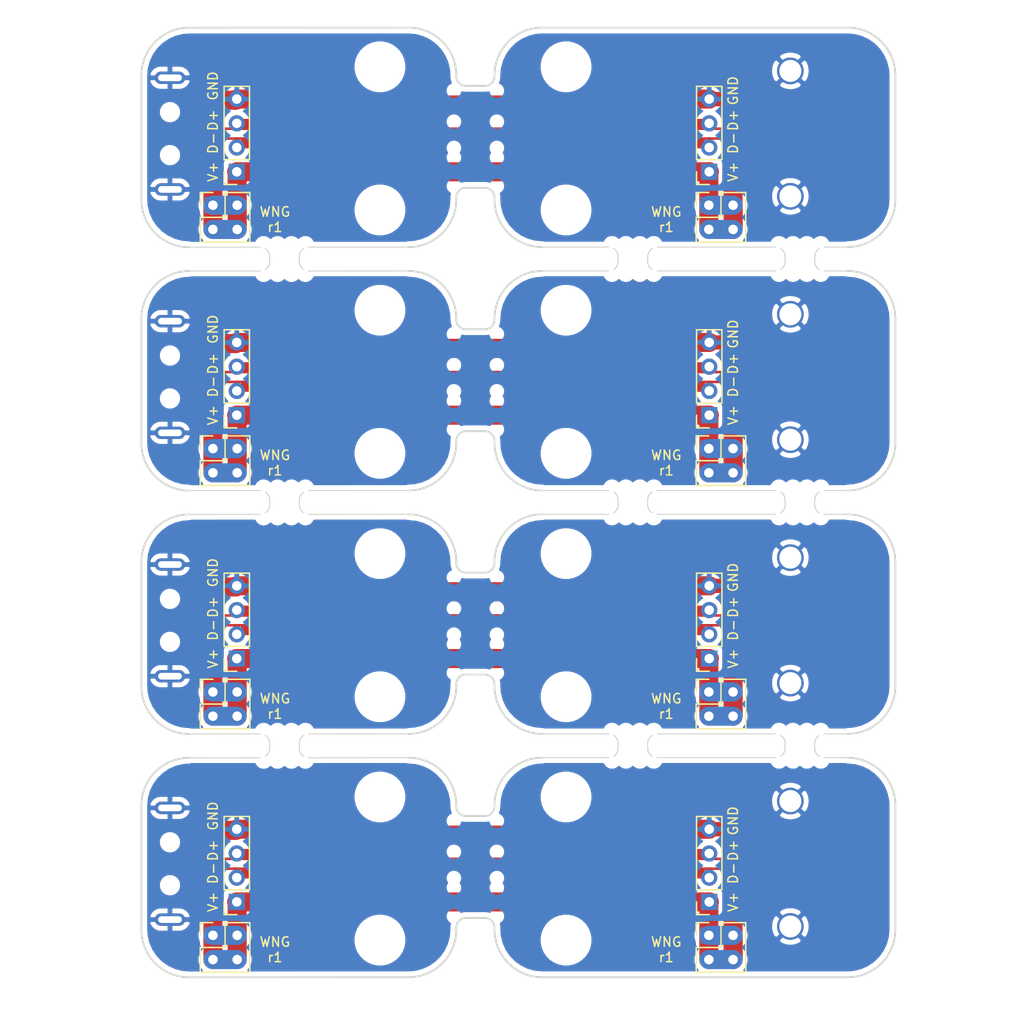
<source format=kicad_pcb>
(kicad_pcb (version 20171130) (host pcbnew 5.1.6-c6e7f7d~86~ubuntu16.04.1)
  (layers (0 F.Cu signal) (31 B.Cu signal) (34 B.Paste user) (35 F.Paste user) (36 B.SilkS user) (37 F.SilkS user) (38 B.Mask user) (39 F.Mask user) (44 Edge.Cuts user))
  (net 0 "")
  (net 1 /D+)
  (net 2 /D-)
  (net 3 /GND)
  (net 4 /VBUS)
  (module MountingHole:MountingHole_4.3mm_M4 (layer F.Cu) (at 159.5 178.5)
    (fp_text reference H4 hide)
    (fp_text value MountingHole)
    (pad 1 np_thru_hole circle (at 0 0) (size 4.3 4.3) (drill 4.3) (layers *.Cu *.Mask))
  )
  (module MountingHole:MountingHole_4.3mm_M4 (layer F.Cu) (at 159.5 153)
    (fp_text reference H4 hide)
    (fp_text value MountingHole)
    (pad 1 np_thru_hole circle (at 0 0) (size 4.3 4.3) (drill 4.3) (layers *.Cu *.Mask))
  )
  (module MountingHole:MountingHole_4.3mm_M4 (layer F.Cu) (at 159.5 127.5)
    (fp_text reference H4 hide)
    (fp_text value MountingHole)
    (pad 1 np_thru_hole circle (at 0 0) (size 4.3 4.3) (drill 4.3) (layers *.Cu *.Mask))
  )
  (module MountingHole:MountingHole_4.3mm_M4 (layer F.Cu) (at 140 163.5)
    (fp_text reference H1 hide)
    (fp_text value MountingHole)
    (pad 1 np_thru_hole circle (at 0 0) (size 4.3 4.3) (drill 4.3) (layers *.Cu *.Mask))
  )
  (module MountingHole:MountingHole_4.3mm_M4 (layer F.Cu) (at 140 138)
    (fp_text reference H1 hide)
    (fp_text value MountingHole)
    (pad 1 np_thru_hole circle (at 0 0) (size 4.3 4.3) (drill 4.3) (layers *.Cu *.Mask))
  )
  (module MountingHole:MountingHole_4.3mm_M4 (layer F.Cu) (at 140 112.5)
    (fp_text reference H1 hide)
    (fp_text value MountingHole)
    (pad 1 np_thru_hole circle (at 0 0) (size 4.3 4.3) (drill 4.3) (layers *.Cu *.Mask))
  )
  (module wng-connectors:Amphenol_87583-2010RLF_USB-A-Female (layer F.Cu) (at 183 170.5 90)
    (fp_text reference J8 hide)
    (fp_text value USB_A)
    (pad 1 connect rect (at -3.5 -3.58 90) (size 1.12 2.88) (layers F.Cu F.Mask) (net 4 /VBUS))
    (pad 2 connect rect (at -1 -3.58 90) (size 1.12 2.88) (layers F.Cu F.Mask) (net 2 /D-))
    (pad 3 connect rect (at 1 -3.58 90) (size 1.12 2.88) (layers F.Cu F.Mask) (net 1 /D+))
    (pad 4 connect rect (at 3.5 -3.58 90) (size 1.12 2.88) (layers F.Cu F.Mask) (net 3 /GND))
    (pad 5 thru_hole circle (at -6.57 0 90) (size 2.8 2.8) (drill 2.3) (layers *.Cu *.Mask) (net 3 /GND))
    (pad 5 thru_hole circle (at 6.57 0 90) (size 2.8 2.8) (drill 2.3) (layers *.Cu *.Mask) (net 3 /GND))
  )
  (module wng-connectors:Amphenol_87583-2010RLF_USB-A-Female (layer F.Cu) (at 183 145 90)
    (fp_text reference J8 hide)
    (fp_text value USB_A)
    (pad 1 connect rect (at -3.5 -3.58 90) (size 1.12 2.88) (layers F.Cu F.Mask) (net 4 /VBUS))
    (pad 2 connect rect (at -1 -3.58 90) (size 1.12 2.88) (layers F.Cu F.Mask) (net 2 /D-))
    (pad 3 connect rect (at 1 -3.58 90) (size 1.12 2.88) (layers F.Cu F.Mask) (net 1 /D+))
    (pad 4 connect rect (at 3.5 -3.58 90) (size 1.12 2.88) (layers F.Cu F.Mask) (net 3 /GND))
    (pad 5 thru_hole circle (at -6.57 0 90) (size 2.8 2.8) (drill 2.3) (layers *.Cu *.Mask) (net 3 /GND))
    (pad 5 thru_hole circle (at 6.57 0 90) (size 2.8 2.8) (drill 2.3) (layers *.Cu *.Mask) (net 3 /GND))
  )
  (module wng-connectors:Amphenol_87583-2010RLF_USB-A-Female (layer F.Cu) (at 183 119.5 90)
    (fp_text reference J8 hide)
    (fp_text value USB_A)
    (pad 1 connect rect (at -3.5 -3.58 90) (size 1.12 2.88) (layers F.Cu F.Mask) (net 4 /VBUS))
    (pad 2 connect rect (at -1 -3.58 90) (size 1.12 2.88) (layers F.Cu F.Mask) (net 2 /D-))
    (pad 3 connect rect (at 1 -3.58 90) (size 1.12 2.88) (layers F.Cu F.Mask) (net 1 /D+))
    (pad 4 connect rect (at 3.5 -3.58 90) (size 1.12 2.88) (layers F.Cu F.Mask) (net 3 /GND))
    (pad 5 thru_hole circle (at -6.57 0 90) (size 2.8 2.8) (drill 2.3) (layers *.Cu *.Mask) (net 3 /GND))
    (pad 5 thru_hole circle (at 6.57 0 90) (size 2.8 2.8) (drill 2.3) (layers *.Cu *.Mask) (net 3 /GND))
  )
  (module usb_breakout:0.5MM_hole (layer F.Cu) (at 147.75 169.25)
    (fp_text reference REF** hide)
    (fp_text value 0.5MM_hole hide)
    (pad "" np_thru_hole circle (at 0 0) (size 0.5 0.5) (drill 0.5) (layers *.Cu *.Mask))
  )
  (module usb_breakout:0.5MM_hole (layer F.Cu) (at 147.75 143.75)
    (fp_text reference REF** hide)
    (fp_text value 0.5MM_hole hide)
    (pad "" np_thru_hole circle (at 0 0) (size 0.5 0.5) (drill 0.5) (layers *.Cu *.Mask))
  )
  (module usb_breakout:0.5MM_hole (layer F.Cu) (at 147.75 118.25)
    (fp_text reference REF** hide)
    (fp_text value 0.5MM_hole hide)
    (pad "" np_thru_hole circle (at 0 0) (size 0.5 0.5) (drill 0.5) (layers *.Cu *.Mask))
  )
  (module MountingHole:MountingHole_4.3mm_M4 (layer F.Cu) (at 140 178.5)
    (fp_text reference H2 hide)
    (fp_text value MountingHole)
    (pad 1 np_thru_hole circle (at 0 0) (size 4.3 4.3) (drill 4.3) (layers *.Cu *.Mask))
  )
  (module MountingHole:MountingHole_4.3mm_M4 (layer F.Cu) (at 140 153)
    (fp_text reference H2 hide)
    (fp_text value MountingHole)
    (pad 1 np_thru_hole circle (at 0 0) (size 4.3 4.3) (drill 4.3) (layers *.Cu *.Mask))
  )
  (module MountingHole:MountingHole_4.3mm_M4 (layer F.Cu) (at 140 127.5)
    (fp_text reference H2 hide)
    (fp_text value MountingHole)
    (pad 1 np_thru_hole circle (at 0 0) (size 4.3 4.3) (drill 4.3) (layers *.Cu *.Mask))
  )
  (module usb_breakout:0.5MM_hole (layer F.Cu) (at 147.75 176)
    (fp_text reference REF** hide)
    (fp_text value 0.5MM_hole hide)
    (pad "" np_thru_hole circle (at 0 0) (size 0.5 0.5) (drill 0.5) (layers *.Cu *.Mask))
  )
  (module usb_breakout:0.5MM_hole (layer F.Cu) (at 147.75 150.5)
    (fp_text reference REF** hide)
    (fp_text value 0.5MM_hole hide)
    (pad "" np_thru_hole circle (at 0 0) (size 0.5 0.5) (drill 0.5) (layers *.Cu *.Mask))
  )
  (module usb_breakout:0.5MM_hole (layer F.Cu) (at 147.75 125)
    (fp_text reference REF** hide)
    (fp_text value 0.5MM_hole hide)
    (pad "" np_thru_hole circle (at 0 0) (size 0.5 0.5) (drill 0.5) (layers *.Cu *.Mask))
  )
  (module usb_breakout:0.5MM_hole (layer F.Cu) (at 152.25 173)
    (fp_text reference REF** hide)
    (fp_text value 0.5MM_hole hide)
    (pad "" np_thru_hole circle (at 0 0) (size 0.5 0.5) (drill 0.5) (layers *.Cu *.Mask))
  )
  (module usb_breakout:0.5MM_hole (layer F.Cu) (at 152.25 147.5)
    (fp_text reference REF** hide)
    (fp_text value 0.5MM_hole hide)
    (pad "" np_thru_hole circle (at 0 0) (size 0.5 0.5) (drill 0.5) (layers *.Cu *.Mask))
  )
  (module usb_breakout:0.5MM_hole (layer F.Cu) (at 152.25 122)
    (fp_text reference REF** hide)
    (fp_text value 0.5MM_hole hide)
    (pad "" np_thru_hole circle (at 0 0) (size 0.5 0.5) (drill 0.5) (layers *.Cu *.Mask))
  )
  (module usb_breakout:0.5MM_hole (layer F.Cu) (at 147.75 172)
    (fp_text reference REF** hide)
    (fp_text value 0.5MM_hole hide)
    (pad "" np_thru_hole circle (at 0 0) (size 0.5 0.5) (drill 0.5) (layers *.Cu *.Mask))
  )
  (module usb_breakout:0.5MM_hole (layer F.Cu) (at 147.75 146.5)
    (fp_text reference REF** hide)
    (fp_text value 0.5MM_hole hide)
    (pad "" np_thru_hole circle (at 0 0) (size 0.5 0.5) (drill 0.5) (layers *.Cu *.Mask))
  )
  (module usb_breakout:0.5MM_hole (layer F.Cu) (at 147.75 121)
    (fp_text reference REF** hide)
    (fp_text value 0.5MM_hole hide)
    (pad "" np_thru_hole circle (at 0 0) (size 0.5 0.5) (drill 0.5) (layers *.Cu *.Mask))
  )
  (module MountingHole:MountingHole_4.3mm_M4 (layer F.Cu) (at 159.5 163.5)
    (fp_text reference H3 hide)
    (fp_text value MountingHole)
    (pad 1 np_thru_hole circle (at 0 0) (size 4.3 4.3) (drill 4.3) (layers *.Cu *.Mask))
  )
  (module MountingHole:MountingHole_4.3mm_M4 (layer F.Cu) (at 159.5 138)
    (fp_text reference H3 hide)
    (fp_text value MountingHole)
    (pad 1 np_thru_hole circle (at 0 0) (size 4.3 4.3) (drill 4.3) (layers *.Cu *.Mask))
  )
  (module MountingHole:MountingHole_4.3mm_M4 (layer F.Cu) (at 159.5 112.5)
    (fp_text reference H3 hide)
    (fp_text value MountingHole)
    (pad 1 np_thru_hole circle (at 0 0) (size 4.3 4.3) (drill 4.3) (layers *.Cu *.Mask))
  )
  (module wng-connectors:Molex_48037-2200_USB-A (layer F.Cu) (at 118 170.5 270)
    (fp_text reference J1 hide)
    (fp_text value USB_A)
    (pad 1 connect rect (at 3.5 -2.6 270) (size 1.2 2) (layers F.Cu F.Mask) (net 4 /VBUS))
    (pad 2 connect rect (at 1 -2.6 270) (size 1.2 2) (layers F.Cu F.Mask) (net 2 /D-))
    (pad 3 connect rect (at -1 -2.6 270) (size 1.2 2) (layers F.Cu F.Mask) (net 1 /D+))
    (pad 4 connect rect (at -3.5 -2.6 270) (size 1.2 2) (layers F.Cu F.Mask) (net 3 /GND))
    (pad "" np_thru_hole circle (at 2.25 0 270) (size 1.1 1.1) (drill 1.1) (layers *.Cu *.Mask))
    (pad "" np_thru_hole circle (at -2.25 0 270) (size 1.1 1.1) (drill 1.1) (layers *.Mask F.Cu))
    (pad 5 thru_hole oval (at 5.85 0 270) (size 1.3 3.2) (drill oval 0.7 2.5) (layers *.Cu *.Mask) (net 3 /GND))
    (pad 5 thru_hole oval (at -5.85 0 270) (size 1.3 3.2) (drill oval 0.7 2.5) (layers *.Cu *.Mask) (net 3 /GND))
  )
  (module wng-connectors:Molex_48037-2200_USB-A (layer F.Cu) (at 118 145 270)
    (fp_text reference J1 hide)
    (fp_text value USB_A)
    (pad 1 connect rect (at 3.5 -2.6 270) (size 1.2 2) (layers F.Cu F.Mask) (net 4 /VBUS))
    (pad 2 connect rect (at 1 -2.6 270) (size 1.2 2) (layers F.Cu F.Mask) (net 2 /D-))
    (pad 3 connect rect (at -1 -2.6 270) (size 1.2 2) (layers F.Cu F.Mask) (net 1 /D+))
    (pad 4 connect rect (at -3.5 -2.6 270) (size 1.2 2) (layers F.Cu F.Mask) (net 3 /GND))
    (pad "" np_thru_hole circle (at 2.25 0 270) (size 1.1 1.1) (drill 1.1) (layers *.Cu *.Mask))
    (pad "" np_thru_hole circle (at -2.25 0 270) (size 1.1 1.1) (drill 1.1) (layers *.Mask F.Cu))
    (pad 5 thru_hole oval (at 5.85 0 270) (size 1.3 3.2) (drill oval 0.7 2.5) (layers *.Cu *.Mask) (net 3 /GND))
    (pad 5 thru_hole oval (at -5.85 0 270) (size 1.3 3.2) (drill oval 0.7 2.5) (layers *.Cu *.Mask) (net 3 /GND))
  )
  (module wng-connectors:Molex_48037-2200_USB-A (layer F.Cu) (at 118 119.5 270)
    (fp_text reference J1 hide)
    (fp_text value USB_A)
    (pad 1 connect rect (at 3.5 -2.6 270) (size 1.2 2) (layers F.Cu F.Mask) (net 4 /VBUS))
    (pad 2 connect rect (at 1 -2.6 270) (size 1.2 2) (layers F.Cu F.Mask) (net 2 /D-))
    (pad 3 connect rect (at -1 -2.6 270) (size 1.2 2) (layers F.Cu F.Mask) (net 1 /D+))
    (pad 4 connect rect (at -3.5 -2.6 270) (size 1.2 2) (layers F.Cu F.Mask) (net 3 /GND))
    (pad "" np_thru_hole circle (at 2.25 0 270) (size 1.1 1.1) (drill 1.1) (layers *.Cu *.Mask))
    (pad "" np_thru_hole circle (at -2.25 0 270) (size 1.1 1.1) (drill 1.1) (layers *.Mask F.Cu))
    (pad 5 thru_hole oval (at 5.85 0 270) (size 1.3 3.2) (drill oval 0.7 2.5) (layers *.Cu *.Mask) (net 3 /GND))
    (pad 5 thru_hole oval (at -5.85 0 270) (size 1.3 3.2) (drill oval 0.7 2.5) (layers *.Cu *.Mask) (net 3 /GND))
  )
  (module Connector_PinSocket_2.54mm:PinSocket_1x04_P2.54mm_Vertical (layer F.Cu) (at 174.5 174.5 180)
    (fp_text reference J4 hide)
    (fp_text value Conn_01x04)
    (pad 1 thru_hole rect (at 0 0 180) (size 1.7 1.7) (drill 1) (layers *.Cu *.Mask) (net 4 /VBUS))
    (pad 2 thru_hole oval (at 0 2.54 180) (size 1.7 1.7) (drill 1) (layers *.Cu *.Mask) (net 2 /D-))
    (pad 3 thru_hole oval (at 0 5.08 180) (size 1.7 1.7) (drill 1) (layers *.Cu *.Mask) (net 1 /D+))
    (pad 4 thru_hole oval (at 0 7.62 180) (size 1.7 1.7) (drill 1) (layers *.Cu *.Mask) (net 3 /GND))
  )
  (module Connector_PinSocket_2.54mm:PinSocket_1x04_P2.54mm_Vertical (layer F.Cu) (at 174.5 149 180)
    (fp_text reference J4 hide)
    (fp_text value Conn_01x04)
    (pad 1 thru_hole rect (at 0 0 180) (size 1.7 1.7) (drill 1) (layers *.Cu *.Mask) (net 4 /VBUS))
    (pad 2 thru_hole oval (at 0 2.54 180) (size 1.7 1.7) (drill 1) (layers *.Cu *.Mask) (net 2 /D-))
    (pad 3 thru_hole oval (at 0 5.08 180) (size 1.7 1.7) (drill 1) (layers *.Cu *.Mask) (net 1 /D+))
    (pad 4 thru_hole oval (at 0 7.62 180) (size 1.7 1.7) (drill 1) (layers *.Cu *.Mask) (net 3 /GND))
  )
  (module Connector_PinSocket_2.54mm:PinSocket_1x04_P2.54mm_Vertical (layer F.Cu) (at 174.5 123.5 180)
    (fp_text reference J4 hide)
    (fp_text value Conn_01x04)
    (pad 1 thru_hole rect (at 0 0 180) (size 1.7 1.7) (drill 1) (layers *.Cu *.Mask) (net 4 /VBUS))
    (pad 2 thru_hole oval (at 0 2.54 180) (size 1.7 1.7) (drill 1) (layers *.Cu *.Mask) (net 2 /D-))
    (pad 3 thru_hole oval (at 0 5.08 180) (size 1.7 1.7) (drill 1) (layers *.Cu *.Mask) (net 1 /D+))
    (pad 4 thru_hole oval (at 0 7.62 180) (size 1.7 1.7) (drill 1) (layers *.Cu *.Mask) (net 3 /GND))
  )
  (module usb_breakout:0.5MM_hole (layer F.Cu) (at 152.25 172)
    (fp_text reference REF** hide)
    (fp_text value 0.5MM_hole hide)
    (pad "" np_thru_hole circle (at 0 0) (size 0.5 0.5) (drill 0.5) (layers *.Cu *.Mask))
  )
  (module usb_breakout:0.5MM_hole (layer F.Cu) (at 152.25 146.5)
    (fp_text reference REF** hide)
    (fp_text value 0.5MM_hole hide)
    (pad "" np_thru_hole circle (at 0 0) (size 0.5 0.5) (drill 0.5) (layers *.Cu *.Mask))
  )
  (module usb_breakout:0.5MM_hole (layer F.Cu) (at 152.25 121)
    (fp_text reference REF** hide)
    (fp_text value 0.5MM_hole hide)
    (pad "" np_thru_hole circle (at 0 0) (size 0.5 0.5) (drill 0.5) (layers *.Cu *.Mask))
  )
  (module usb_breakout:0.5MM_hole (layer F.Cu) (at 152.25 176)
    (fp_text reference REF** hide)
    (fp_text value 0.5MM_hole hide)
    (pad "" np_thru_hole circle (at 0 0) (size 0.5 0.5) (drill 0.5) (layers *.Cu *.Mask))
  )
  (module usb_breakout:0.5MM_hole (layer F.Cu) (at 152.25 150.5)
    (fp_text reference REF** hide)
    (fp_text value 0.5MM_hole hide)
    (pad "" np_thru_hole circle (at 0 0) (size 0.5 0.5) (drill 0.5) (layers *.Cu *.Mask))
  )
  (module usb_breakout:0.5MM_hole (layer F.Cu) (at 152.25 125)
    (fp_text reference REF** hide)
    (fp_text value 0.5MM_hole hide)
    (pad "" np_thru_hole circle (at 0 0) (size 0.5 0.5) (drill 0.5) (layers *.Cu *.Mask))
  )
  (module Connector_PinHeader_2.54mm:PinHeader_2x02_P2.54mm_Vertical (layer F.Cu) (at 174.46 178)
    (fp_text reference J5 hide)
    (fp_text value Conn_02x02_Odd_Even)
    (pad 1 thru_hole rect (at 0 0) (size 1.7 1.7) (drill 1) (layers *.Cu *.Mask) (net 4 /VBUS))
    (pad 2 thru_hole oval (at 2.54 0) (size 1.7 1.7) (drill 1) (layers *.Cu *.Mask) (net 4 /VBUS))
    (pad 3 thru_hole oval (at 0 2.54) (size 1.7 1.7) (drill 1) (layers *.Cu *.Mask) (net 4 /VBUS))
    (pad 4 thru_hole oval (at 2.54 2.54) (size 1.7 1.7) (drill 1) (layers *.Cu *.Mask) (net 4 /VBUS))
  )
  (module Connector_PinHeader_2.54mm:PinHeader_2x02_P2.54mm_Vertical (layer F.Cu) (at 174.46 152.5)
    (fp_text reference J5 hide)
    (fp_text value Conn_02x02_Odd_Even)
    (pad 1 thru_hole rect (at 0 0) (size 1.7 1.7) (drill 1) (layers *.Cu *.Mask) (net 4 /VBUS))
    (pad 2 thru_hole oval (at 2.54 0) (size 1.7 1.7) (drill 1) (layers *.Cu *.Mask) (net 4 /VBUS))
    (pad 3 thru_hole oval (at 0 2.54) (size 1.7 1.7) (drill 1) (layers *.Cu *.Mask) (net 4 /VBUS))
    (pad 4 thru_hole oval (at 2.54 2.54) (size 1.7 1.7) (drill 1) (layers *.Cu *.Mask) (net 4 /VBUS))
  )
  (module Connector_PinHeader_2.54mm:PinHeader_2x02_P2.54mm_Vertical (layer F.Cu) (at 174.46 127)
    (fp_text reference J5 hide)
    (fp_text value Conn_02x02_Odd_Even)
    (pad 1 thru_hole rect (at 0 0) (size 1.7 1.7) (drill 1) (layers *.Cu *.Mask) (net 4 /VBUS))
    (pad 2 thru_hole oval (at 2.54 0) (size 1.7 1.7) (drill 1) (layers *.Cu *.Mask) (net 4 /VBUS))
    (pad 3 thru_hole oval (at 0 2.54) (size 1.7 1.7) (drill 1) (layers *.Cu *.Mask) (net 4 /VBUS))
    (pad 4 thru_hole oval (at 2.54 2.54) (size 1.7 1.7) (drill 1) (layers *.Cu *.Mask) (net 4 /VBUS))
  )
  (module Connector_PinHeader_2.54mm:PinHeader_2x02_P2.54mm_Vertical (layer F.Cu) (at 122.5 178)
    (fp_text reference J2 hide)
    (fp_text value Conn_02x02_Odd_Even)
    (pad 1 thru_hole rect (at 0 0) (size 1.7 1.7) (drill 1) (layers *.Cu *.Mask) (net 4 /VBUS))
    (pad 2 thru_hole oval (at 2.54 0) (size 1.7 1.7) (drill 1) (layers *.Cu *.Mask) (net 4 /VBUS))
    (pad 3 thru_hole oval (at 0 2.54) (size 1.7 1.7) (drill 1) (layers *.Cu *.Mask) (net 4 /VBUS))
    (pad 4 thru_hole oval (at 2.54 2.54) (size 1.7 1.7) (drill 1) (layers *.Cu *.Mask) (net 4 /VBUS))
  )
  (module Connector_PinHeader_2.54mm:PinHeader_2x02_P2.54mm_Vertical (layer F.Cu) (at 122.5 152.5)
    (fp_text reference J2 hide)
    (fp_text value Conn_02x02_Odd_Even)
    (pad 1 thru_hole rect (at 0 0) (size 1.7 1.7) (drill 1) (layers *.Cu *.Mask) (net 4 /VBUS))
    (pad 2 thru_hole oval (at 2.54 0) (size 1.7 1.7) (drill 1) (layers *.Cu *.Mask) (net 4 /VBUS))
    (pad 3 thru_hole oval (at 0 2.54) (size 1.7 1.7) (drill 1) (layers *.Cu *.Mask) (net 4 /VBUS))
    (pad 4 thru_hole oval (at 2.54 2.54) (size 1.7 1.7) (drill 1) (layers *.Cu *.Mask) (net 4 /VBUS))
  )
  (module Connector_PinHeader_2.54mm:PinHeader_2x02_P2.54mm_Vertical (layer F.Cu) (at 122.5 127)
    (fp_text reference J2 hide)
    (fp_text value Conn_02x02_Odd_Even)
    (pad 1 thru_hole rect (at 0 0) (size 1.7 1.7) (drill 1) (layers *.Cu *.Mask) (net 4 /VBUS))
    (pad 2 thru_hole oval (at 2.54 0) (size 1.7 1.7) (drill 1) (layers *.Cu *.Mask) (net 4 /VBUS))
    (pad 3 thru_hole oval (at 0 2.54) (size 1.7 1.7) (drill 1) (layers *.Cu *.Mask) (net 4 /VBUS))
    (pad 4 thru_hole oval (at 2.54 2.54) (size 1.7 1.7) (drill 1) (layers *.Cu *.Mask) (net 4 /VBUS))
  )
  (module usb_breakout:0.5MM_hole (layer F.Cu) (at 147.75 166)
    (fp_text reference REF** hide)
    (fp_text value 0.5MM_hole hide)
    (pad "" np_thru_hole circle (at 0 0) (size 0.5 0.5) (drill 0.5) (layers *.Cu *.Mask))
  )
  (module usb_breakout:0.5MM_hole (layer F.Cu) (at 147.75 140.5)
    (fp_text reference REF** hide)
    (fp_text value 0.5MM_hole hide)
    (pad "" np_thru_hole circle (at 0 0) (size 0.5 0.5) (drill 0.5) (layers *.Cu *.Mask))
  )
  (module usb_breakout:0.5MM_hole (layer F.Cu) (at 147.75 115)
    (fp_text reference REF** hide)
    (fp_text value 0.5MM_hole hide)
    (pad "" np_thru_hole circle (at 0 0) (size 0.5 0.5) (drill 0.5) (layers *.Cu *.Mask))
  )
  (module usb_breakout:0.5MM_hole (layer F.Cu) (at 152.25 166)
    (fp_text reference REF** hide)
    (fp_text value 0.5MM_hole hide)
    (pad "" np_thru_hole circle (at 0 0) (size 0.5 0.5) (drill 0.5) (layers *.Cu *.Mask))
  )
  (module usb_breakout:0.5MM_hole (layer F.Cu) (at 152.25 140.5)
    (fp_text reference REF** hide)
    (fp_text value 0.5MM_hole hide)
    (pad "" np_thru_hole circle (at 0 0) (size 0.5 0.5) (drill 0.5) (layers *.Cu *.Mask))
  )
  (module usb_breakout:0.5MM_hole (layer F.Cu) (at 152.25 115)
    (fp_text reference REF** hide)
    (fp_text value 0.5MM_hole hide)
    (pad "" np_thru_hole circle (at 0 0) (size 0.5 0.5) (drill 0.5) (layers *.Cu *.Mask))
  )
  (module Connector_PinSocket_2.54mm:PinSocket_1x04_P2.54mm_Vertical (layer F.Cu) (at 125 174.5 180)
    (fp_text reference J3 hide)
    (fp_text value Conn_01x04)
    (pad 1 thru_hole rect (at 0 0 180) (size 1.7 1.7) (drill 1) (layers *.Cu *.Mask) (net 4 /VBUS))
    (pad 2 thru_hole oval (at 0 2.54 180) (size 1.7 1.7) (drill 1) (layers *.Cu *.Mask) (net 2 /D-))
    (pad 3 thru_hole oval (at 0 5.08 180) (size 1.7 1.7) (drill 1) (layers *.Cu *.Mask) (net 1 /D+))
    (pad 4 thru_hole oval (at 0 7.62 180) (size 1.7 1.7) (drill 1) (layers *.Cu *.Mask) (net 3 /GND))
  )
  (module Connector_PinSocket_2.54mm:PinSocket_1x04_P2.54mm_Vertical (layer F.Cu) (at 125 149 180)
    (fp_text reference J3 hide)
    (fp_text value Conn_01x04)
    (pad 1 thru_hole rect (at 0 0 180) (size 1.7 1.7) (drill 1) (layers *.Cu *.Mask) (net 4 /VBUS))
    (pad 2 thru_hole oval (at 0 2.54 180) (size 1.7 1.7) (drill 1) (layers *.Cu *.Mask) (net 2 /D-))
    (pad 3 thru_hole oval (at 0 5.08 180) (size 1.7 1.7) (drill 1) (layers *.Cu *.Mask) (net 1 /D+))
    (pad 4 thru_hole oval (at 0 7.62 180) (size 1.7 1.7) (drill 1) (layers *.Cu *.Mask) (net 3 /GND))
  )
  (module Connector_PinSocket_2.54mm:PinSocket_1x04_P2.54mm_Vertical (layer F.Cu) (at 125 123.5 180)
    (fp_text reference J3 hide)
    (fp_text value Conn_01x04)
    (pad 1 thru_hole rect (at 0 0 180) (size 1.7 1.7) (drill 1) (layers *.Cu *.Mask) (net 4 /VBUS))
    (pad 2 thru_hole oval (at 0 2.54 180) (size 1.7 1.7) (drill 1) (layers *.Cu *.Mask) (net 2 /D-))
    (pad 3 thru_hole oval (at 0 5.08 180) (size 1.7 1.7) (drill 1) (layers *.Cu *.Mask) (net 1 /D+))
    (pad 4 thru_hole oval (at 0 7.62 180) (size 1.7 1.7) (drill 1) (layers *.Cu *.Mask) (net 3 /GND))
  )
  (module usb_breakout:0.5MM_hole (layer F.Cu) (at 147.75 173)
    (fp_text reference REF** hide)
    (fp_text value 0.5MM_hole hide)
    (pad "" np_thru_hole circle (at 0 0) (size 0.5 0.5) (drill 0.5) (layers *.Cu *.Mask))
  )
  (module usb_breakout:0.5MM_hole (layer F.Cu) (at 147.75 147.5)
    (fp_text reference REF** hide)
    (fp_text value 0.5MM_hole hide)
    (pad "" np_thru_hole circle (at 0 0) (size 0.5 0.5) (drill 0.5) (layers *.Cu *.Mask))
  )
  (module usb_breakout:0.5MM_hole (layer F.Cu) (at 147.75 122)
    (fp_text reference REF** hide)
    (fp_text value 0.5MM_hole hide)
    (pad "" np_thru_hole circle (at 0 0) (size 0.5 0.5) (drill 0.5) (layers *.Cu *.Mask))
  )
  (module usb_breakout:0.5MM_hole (layer F.Cu) (at 152.25 169.25)
    (fp_text reference REF** hide)
    (fp_text value 0.5MM_hole hide)
    (pad "" np_thru_hole circle (at 0 0) (size 0.5 0.5) (drill 0.5) (layers *.Cu *.Mask))
  )
  (module usb_breakout:0.5MM_hole (layer F.Cu) (at 152.25 143.75)
    (fp_text reference REF** hide)
    (fp_text value 0.5MM_hole hide)
    (pad "" np_thru_hole circle (at 0 0) (size 0.5 0.5) (drill 0.5) (layers *.Cu *.Mask))
  )
  (module usb_breakout:0.5MM_hole (layer F.Cu) (at 152.25 118.25)
    (fp_text reference REF** hide)
    (fp_text value 0.5MM_hole hide)
    (pad "" np_thru_hole circle (at 0 0) (size 0.5 0.5) (drill 0.5) (layers *.Cu *.Mask))
  )
  (module usb_breakout:0.5MM_hole (layer F.Cu) (at 152.25 99.5)
    (fp_text reference REF** hide)
    (fp_text value 0.5MM_hole hide)
    (pad "" np_thru_hole circle (at 0 0) (size 0.5 0.5) (drill 0.5) (layers *.Cu *.Mask))
  )
  (module usb_breakout:0.5MM_hole (layer F.Cu) (at 152.25 96.5)
    (fp_text reference REF** hide)
    (fp_text value 0.5MM_hole hide)
    (pad "" np_thru_hole circle (at 0 0) (size 0.5 0.5) (drill 0.5) (layers *.Cu *.Mask))
  )
  (module usb_breakout:0.5MM_hole (layer F.Cu) (at 152.25 95.5)
    (fp_text reference REF** hide)
    (fp_text value 0.5MM_hole hide)
    (pad "" np_thru_hole circle (at 0 0) (size 0.5 0.5) (drill 0.5) (layers *.Cu *.Mask))
  )
  (module usb_breakout:0.5MM_hole (layer F.Cu) (at 152.25 92.75)
    (fp_text reference REF** hide)
    (fp_text value 0.5MM_hole hide)
    (pad "" np_thru_hole circle (at 0 0) (size 0.5 0.5) (drill 0.5) (layers *.Cu *.Mask))
  )
  (module usb_breakout:0.5MM_hole (layer F.Cu) (at 152.25 89.5)
    (fp_text reference REF** hide)
    (fp_text value 0.5MM_hole hide)
    (pad "" np_thru_hole circle (at 0 0) (size 0.5 0.5) (drill 0.5) (layers *.Cu *.Mask))
  )
  (module usb_breakout:0.5MM_hole (layer F.Cu) (at 147.75 89.5)
    (fp_text reference REF** hide)
    (fp_text value 0.5MM_hole hide)
    (pad "" np_thru_hole circle (at 0 0) (size 0.5 0.5) (drill 0.5) (layers *.Cu *.Mask))
  )
  (module usb_breakout:0.5MM_hole (layer F.Cu) (at 147.75 92.75)
    (fp_text reference REF** hide)
    (fp_text value 0.5MM_hole hide)
    (pad "" np_thru_hole circle (at 0 0) (size 0.5 0.5) (drill 0.5) (layers *.Cu *.Mask))
  )
  (module usb_breakout:0.5MM_hole (layer F.Cu) (at 147.75 95.5)
    (fp_text reference REF** hide)
    (fp_text value 0.5MM_hole hide)
    (pad "" np_thru_hole circle (at 0 0) (size 0.5 0.5) (drill 0.5) (layers *.Cu *.Mask))
  )
  (module usb_breakout:0.5MM_hole (layer F.Cu) (at 147.75 96.5)
    (fp_text reference REF** hide)
    (fp_text value 0.5MM_hole hide)
    (pad "" np_thru_hole circle (at 0 0) (size 0.5 0.5) (drill 0.5) (layers *.Cu *.Mask))
  )
  (module usb_breakout:0.5MM_hole (layer F.Cu) (at 147.75 99.5)
    (fp_text reference REF** hide)
    (fp_text value 0.5MM_hole hide)
    (pad "" np_thru_hole circle (at 0 0) (size 0.5 0.5) (drill 0.5) (layers *.Cu *.Mask))
  )
  (module MountingHole:MountingHole_4.3mm_M4 (layer F.Cu) (at 140 102)
    (fp_text reference H2 hide)
    (fp_text value MountingHole)
    (pad 1 np_thru_hole circle (at 0 0) (size 4.3 4.3) (drill 4.3) (layers *.Cu *.Mask))
  )
  (module Connector_PinHeader_2.54mm:PinHeader_2x02_P2.54mm_Vertical (layer F.Cu) (at 174.46 101.5)
    (fp_text reference J5 hide)
    (fp_text value Conn_02x02_Odd_Even)
    (pad 4 thru_hole oval (at 2.54 2.54) (size 1.7 1.7) (drill 1) (layers *.Cu *.Mask) (net 4 /VBUS))
    (pad 3 thru_hole oval (at 0 2.54) (size 1.7 1.7) (drill 1) (layers *.Cu *.Mask) (net 4 /VBUS))
    (pad 2 thru_hole oval (at 2.54 0) (size 1.7 1.7) (drill 1) (layers *.Cu *.Mask) (net 4 /VBUS))
    (pad 1 thru_hole rect (at 0 0) (size 1.7 1.7) (drill 1) (layers *.Cu *.Mask) (net 4 /VBUS))
  )
  (module MountingHole:MountingHole_4.3mm_M4 (layer F.Cu) (at 159.5 102)
    (fp_text reference H4 hide)
    (fp_text value MountingHole)
    (pad 1 np_thru_hole circle (at 0 0) (size 4.3 4.3) (drill 4.3) (layers *.Cu *.Mask))
  )
  (module MountingHole:MountingHole_4.3mm_M4 (layer F.Cu) (at 159.5 87)
    (fp_text reference H3 hide)
    (fp_text value MountingHole)
    (pad 1 np_thru_hole circle (at 0 0) (size 4.3 4.3) (drill 4.3) (layers *.Cu *.Mask))
  )
  (module MountingHole:MountingHole_4.3mm_M4 (layer F.Cu) (at 140 87)
    (fp_text reference H1 hide)
    (fp_text value MountingHole)
    (pad 1 np_thru_hole circle (at 0 0) (size 4.3 4.3) (drill 4.3) (layers *.Cu *.Mask))
  )
  (module Connector_PinHeader_2.54mm:PinHeader_2x02_P2.54mm_Vertical (layer F.Cu) (at 122.5 101.5)
    (fp_text reference J2 hide)
    (fp_text value Conn_02x02_Odd_Even)
    (pad 4 thru_hole oval (at 2.54 2.54) (size 1.7 1.7) (drill 1) (layers *.Cu *.Mask) (net 4 /VBUS))
    (pad 3 thru_hole oval (at 0 2.54) (size 1.7 1.7) (drill 1) (layers *.Cu *.Mask) (net 4 /VBUS))
    (pad 2 thru_hole oval (at 2.54 0) (size 1.7 1.7) (drill 1) (layers *.Cu *.Mask) (net 4 /VBUS))
    (pad 1 thru_hole rect (at 0 0) (size 1.7 1.7) (drill 1) (layers *.Cu *.Mask) (net 4 /VBUS))
  )
  (module wng-connectors:Amphenol_87583-2010RLF_USB-A-Female (layer F.Cu) (at 183 94 90)
    (fp_text reference J8 hide)
    (fp_text value USB_A)
    (pad 5 thru_hole circle (at 6.57 0 90) (size 2.8 2.8) (drill 2.3) (layers *.Cu *.Mask) (net 3 /GND))
    (pad 5 thru_hole circle (at -6.57 0 90) (size 2.8 2.8) (drill 2.3) (layers *.Cu *.Mask) (net 3 /GND))
    (pad 4 connect rect (at 3.5 -3.58 90) (size 1.12 2.88) (layers F.Cu F.Mask) (net 3 /GND))
    (pad 3 connect rect (at 1 -3.58 90) (size 1.12 2.88) (layers F.Cu F.Mask) (net 1 /D+))
    (pad 2 connect rect (at -1 -3.58 90) (size 1.12 2.88) (layers F.Cu F.Mask) (net 2 /D-))
    (pad 1 connect rect (at -3.5 -3.58 90) (size 1.12 2.88) (layers F.Cu F.Mask) (net 4 /VBUS))
  )
  (module Connector_PinSocket_2.54mm:PinSocket_1x04_P2.54mm_Vertical (layer F.Cu) (at 174.5 98 180)
    (fp_text reference J4 hide)
    (fp_text value Conn_01x04)
    (pad 4 thru_hole oval (at 0 7.62 180) (size 1.7 1.7) (drill 1) (layers *.Cu *.Mask) (net 3 /GND))
    (pad 3 thru_hole oval (at 0 5.08 180) (size 1.7 1.7) (drill 1) (layers *.Cu *.Mask) (net 1 /D+))
    (pad 2 thru_hole oval (at 0 2.54 180) (size 1.7 1.7) (drill 1) (layers *.Cu *.Mask) (net 2 /D-))
    (pad 1 thru_hole rect (at 0 0 180) (size 1.7 1.7) (drill 1) (layers *.Cu *.Mask) (net 4 /VBUS))
  )
  (module Connector_PinSocket_2.54mm:PinSocket_1x04_P2.54mm_Vertical (layer F.Cu) (at 125 98 180)
    (fp_text reference J3 hide)
    (fp_text value Conn_01x04)
    (pad 4 thru_hole oval (at 0 7.62 180) (size 1.7 1.7) (drill 1) (layers *.Cu *.Mask) (net 3 /GND))
    (pad 3 thru_hole oval (at 0 5.08 180) (size 1.7 1.7) (drill 1) (layers *.Cu *.Mask) (net 1 /D+))
    (pad 2 thru_hole oval (at 0 2.54 180) (size 1.7 1.7) (drill 1) (layers *.Cu *.Mask) (net 2 /D-))
    (pad 1 thru_hole rect (at 0 0 180) (size 1.7 1.7) (drill 1) (layers *.Cu *.Mask) (net 4 /VBUS))
  )
  (module wng-connectors:Molex_48037-2200_USB-A (layer F.Cu) (at 118 94 270)
    (fp_text reference J1 hide)
    (fp_text value USB_A)
    (pad 5 thru_hole oval (at -5.85 0 270) (size 1.3 3.2) (drill oval 0.7 2.5) (layers *.Cu *.Mask) (net 3 /GND))
    (pad 5 thru_hole oval (at 5.85 0 270) (size 1.3 3.2) (drill oval 0.7 2.5) (layers *.Cu *.Mask) (net 3 /GND))
    (pad "" np_thru_hole circle (at -2.25 0 270) (size 1.1 1.1) (drill 1.1) (layers *.Mask F.Cu))
    (pad "" np_thru_hole circle (at 2.25 0 270) (size 1.1 1.1) (drill 1.1) (layers *.Cu *.Mask))
    (pad 4 connect rect (at -3.5 -2.6 270) (size 1.2 2) (layers F.Cu F.Mask) (net 3 /GND))
    (pad 3 connect rect (at -1 -2.6 270) (size 1.2 2) (layers F.Cu F.Mask) (net 1 /D+))
    (pad 2 connect rect (at 1 -2.6 270) (size 1.2 2) (layers F.Cu F.Mask) (net 2 /D-))
    (pad 1 connect rect (at 3.5 -2.6 270) (size 1.2 2) (layers F.Cu F.Mask) (net 4 /VBUS))
  )
  (module holes (layer F.Cu) (at 181.812252 156.640491)
    (fp_text reference "" (at 0 0) (layer F.SilkS) (effects (font (size 1.27 1.27))))
    (fp_text value "" (at 0 0) (layer F.SilkS) (effects (font (size 1.27 1.27))))
    (pad h0 np_thru_hole circle (at 0 0) (size 0.8 0.8) (drill 0.8) (layers *.Cu *.Mask))
    (pad h1 np_thru_hole circle (at 1.458496 0) (size 0.8 0.8) (drill 0.8) (layers *.Cu *.Mask))
    (pad h2 np_thru_hole circle (at 2.916992 0) (size 0.8 0.8) (drill 0.8) (layers *.Cu *.Mask))
    (pad h3 np_thru_hole circle (at 4.375488 0) (size 0.8 0.8) (drill 0.8) (layers *.Cu *.Mask))
  )
  (module holes (layer F.Cu) (at 186.18775 159.640492)
    (fp_text reference "" (at 0 0) (layer F.SilkS) (effects (font (size 1.27 1.27))))
    (fp_text value "" (at 0 0) (layer F.SilkS) (effects (font (size 1.27 1.27))))
    (pad h0 np_thru_hole circle (at 0 0) (size 0.8 0.8) (drill 0.8) (layers *.Cu *.Mask))
    (pad h1 np_thru_hole circle (at -1.458496 0) (size 0.8 0.8) (drill 0.8) (layers *.Cu *.Mask))
    (pad h2 np_thru_hole circle (at -2.916992 0) (size 0.8 0.8) (drill 0.8) (layers *.Cu *.Mask))
    (pad h3 np_thru_hole circle (at -4.375488 0) (size 0.8 0.8) (drill 0.8) (layers *.Cu *.Mask))
  )
  (module holes (layer F.Cu) (at 181.812252 131.140491)
    (fp_text reference "" (at 0 0) (layer F.SilkS) (effects (font (size 1.27 1.27))))
    (fp_text value "" (at 0 0) (layer F.SilkS) (effects (font (size 1.27 1.27))))
    (pad h0 np_thru_hole circle (at 0 0) (size 0.8 0.8) (drill 0.8) (layers *.Cu *.Mask))
    (pad h1 np_thru_hole circle (at 1.458496 0) (size 0.8 0.8) (drill 0.8) (layers *.Cu *.Mask))
    (pad h2 np_thru_hole circle (at 2.916992 0) (size 0.8 0.8) (drill 0.8) (layers *.Cu *.Mask))
    (pad h3 np_thru_hole circle (at 4.375488 0) (size 0.8 0.8) (drill 0.8) (layers *.Cu *.Mask))
  )
  (module holes (layer F.Cu) (at 186.18775 134.140492)
    (fp_text reference "" (at 0 0) (layer F.SilkS) (effects (font (size 1.27 1.27))))
    (fp_text value "" (at 0 0) (layer F.SilkS) (effects (font (size 1.27 1.27))))
    (pad h0 np_thru_hole circle (at 0 0) (size 0.8 0.8) (drill 0.8) (layers *.Cu *.Mask))
    (pad h1 np_thru_hole circle (at -1.458496 0) (size 0.8 0.8) (drill 0.8) (layers *.Cu *.Mask))
    (pad h2 np_thru_hole circle (at -2.916992 0) (size 0.8 0.8) (drill 0.8) (layers *.Cu *.Mask))
    (pad h3 np_thru_hole circle (at -4.375488 0) (size 0.8 0.8) (drill 0.8) (layers *.Cu *.Mask))
  )
  (module holes (layer F.Cu) (at 181.812252 105.640491)
    (fp_text reference "" (at 0 0) (layer F.SilkS) (effects (font (size 1.27 1.27))))
    (fp_text value "" (at 0 0) (layer F.SilkS) (effects (font (size 1.27 1.27))))
    (pad h0 np_thru_hole circle (at 0 0) (size 0.8 0.8) (drill 0.8) (layers *.Cu *.Mask))
    (pad h1 np_thru_hole circle (at 1.458496 0) (size 0.8 0.8) (drill 0.8) (layers *.Cu *.Mask))
    (pad h2 np_thru_hole circle (at 2.916992 0) (size 0.8 0.8) (drill 0.8) (layers *.Cu *.Mask))
    (pad h3 np_thru_hole circle (at 4.375488 0) (size 0.8 0.8) (drill 0.8) (layers *.Cu *.Mask))
  )
  (module holes (layer F.Cu) (at 186.18775 108.640492)
    (fp_text reference "" (at 0 0) (layer F.SilkS) (effects (font (size 1.27 1.27))))
    (fp_text value "" (at 0 0) (layer F.SilkS) (effects (font (size 1.27 1.27))))
    (pad h0 np_thru_hole circle (at 0 0) (size 0.8 0.8) (drill 0.8) (layers *.Cu *.Mask))
    (pad h1 np_thru_hole circle (at -1.458496 0) (size 0.8 0.8) (drill 0.8) (layers *.Cu *.Mask))
    (pad h2 np_thru_hole circle (at -2.916992 0) (size 0.8 0.8) (drill 0.8) (layers *.Cu *.Mask))
    (pad h3 np_thru_hole circle (at -4.375488 0) (size 0.8 0.8) (drill 0.8) (layers *.Cu *.Mask))
  )
  (module holes (layer F.Cu) (at 164.312256 105.64049)
    (fp_text reference "" (at 0 0) (layer F.SilkS) (effects (font (size 1.27 1.27))))
    (fp_text value "" (at 0 0) (layer F.SilkS) (effects (font (size 1.27 1.27))))
    (pad h0 np_thru_hole circle (at 0 0) (size 0.8 0.8) (drill 0.8) (layers *.Cu *.Mask))
    (pad h1 np_thru_hole circle (at 1.458502 0) (size 0.8 0.8) (drill 0.8) (layers *.Cu *.Mask))
    (pad h2 np_thru_hole circle (at 2.917004 0) (size 0.8 0.8) (drill 0.8) (layers *.Cu *.Mask))
    (pad h3 np_thru_hole circle (at 4.375506 0) (size 0.8 0.8) (drill 0.8) (layers *.Cu *.Mask))
  )
  (module holes (layer F.Cu) (at 168.687762 108.640493)
    (fp_text reference "" (at 0 0) (layer F.SilkS) (effects (font (size 1.27 1.27))))
    (fp_text value "" (at 0 0) (layer F.SilkS) (effects (font (size 1.27 1.27))))
    (pad h0 np_thru_hole circle (at 0 0) (size 0.8 0.8) (drill 0.8) (layers *.Cu *.Mask))
    (pad h1 np_thru_hole circle (at -1.458502 0) (size 0.8 0.8) (drill 0.8) (layers *.Cu *.Mask))
    (pad h2 np_thru_hole circle (at -2.917004 0) (size 0.8 0.8) (drill 0.8) (layers *.Cu *.Mask))
    (pad h3 np_thru_hole circle (at -4.375506 0) (size 0.8 0.8) (drill 0.8) (layers *.Cu *.Mask))
  )
  (module holes (layer F.Cu) (at 168.687762 134.140493)
    (fp_text reference "" (at 0 0) (layer F.SilkS) (effects (font (size 1.27 1.27))))
    (fp_text value "" (at 0 0) (layer F.SilkS) (effects (font (size 1.27 1.27))))
    (pad h0 np_thru_hole circle (at 0 0) (size 0.8 0.8) (drill 0.8) (layers *.Cu *.Mask))
    (pad h1 np_thru_hole circle (at -1.458502 0) (size 0.8 0.8) (drill 0.8) (layers *.Cu *.Mask))
    (pad h2 np_thru_hole circle (at -2.917004 0) (size 0.8 0.8) (drill 0.8) (layers *.Cu *.Mask))
    (pad h3 np_thru_hole circle (at -4.375506 0) (size 0.8 0.8) (drill 0.8) (layers *.Cu *.Mask))
  )
  (module holes (layer F.Cu) (at 164.312256 131.14049)
    (fp_text reference "" (at 0 0) (layer F.SilkS) (effects (font (size 1.27 1.27))))
    (fp_text value "" (at 0 0) (layer F.SilkS) (effects (font (size 1.27 1.27))))
    (pad h0 np_thru_hole circle (at 0 0) (size 0.8 0.8) (drill 0.8) (layers *.Cu *.Mask))
    (pad h1 np_thru_hole circle (at 1.458502 0) (size 0.8 0.8) (drill 0.8) (layers *.Cu *.Mask))
    (pad h2 np_thru_hole circle (at 2.917004 0) (size 0.8 0.8) (drill 0.8) (layers *.Cu *.Mask))
    (pad h3 np_thru_hole circle (at 4.375506 0) (size 0.8 0.8) (drill 0.8) (layers *.Cu *.Mask))
  )
  (module holes (layer F.Cu) (at 168.687762 159.640493)
    (fp_text reference "" (at 0 0) (layer F.SilkS) (effects (font (size 1.27 1.27))))
    (fp_text value "" (at 0 0) (layer F.SilkS) (effects (font (size 1.27 1.27))))
    (pad h0 np_thru_hole circle (at 0 0) (size 0.8 0.8) (drill 0.8) (layers *.Cu *.Mask))
    (pad h1 np_thru_hole circle (at -1.458502 0) (size 0.8 0.8) (drill 0.8) (layers *.Cu *.Mask))
    (pad h2 np_thru_hole circle (at -2.917004 0) (size 0.8 0.8) (drill 0.8) (layers *.Cu *.Mask))
    (pad h3 np_thru_hole circle (at -4.375506 0) (size 0.8 0.8) (drill 0.8) (layers *.Cu *.Mask))
  )
  (module holes (layer F.Cu) (at 164.312256 156.64049)
    (fp_text reference "" (at 0 0) (layer F.SilkS) (effects (font (size 1.27 1.27))))
    (fp_text value "" (at 0 0) (layer F.SilkS) (effects (font (size 1.27 1.27))))
    (pad h0 np_thru_hole circle (at 0 0) (size 0.8 0.8) (drill 0.8) (layers *.Cu *.Mask))
    (pad h1 np_thru_hole circle (at 1.458502 0) (size 0.8 0.8) (drill 0.8) (layers *.Cu *.Mask))
    (pad h2 np_thru_hole circle (at 2.917004 0) (size 0.8 0.8) (drill 0.8) (layers *.Cu *.Mask))
    (pad h3 np_thru_hole circle (at 4.375506 0) (size 0.8 0.8) (drill 0.8) (layers *.Cu *.Mask))
  )
  (module holes (layer F.Cu) (at 127.812147 156.64677)
    (fp_text reference "" (at 0 0) (layer F.SilkS) (effects (font (size 1.27 1.27))))
    (fp_text value "" (at 0 0) (layer F.SilkS) (effects (font (size 1.27 1.27))))
    (pad h0 np_thru_hole circle (at 0 0) (size 0.8 0.8) (drill 0.8) (layers *.Cu *.Mask))
    (pad h1 np_thru_hole circle (at 1.458496 -0.000602) (size 0.8 0.8) (drill 0.8) (layers *.Cu *.Mask))
    (pad h2 np_thru_hole circle (at 2.916992 -0.001204) (size 0.8 0.8) (drill 0.8) (layers *.Cu *.Mask))
    (pad h3 np_thru_hole circle (at 4.375488 -0.001806) (size 0.8 0.8) (drill 0.8) (layers *.Cu *.Mask))
  )
  (module holes (layer F.Cu) (at 132.187851 159.644962)
    (fp_text reference "" (at 0 0) (layer F.SilkS) (effects (font (size 1.27 1.27))))
    (fp_text value "" (at 0 0) (layer F.SilkS) (effects (font (size 1.27 1.27))))
    (pad h0 np_thru_hole circle (at 0 0) (size 0.8 0.8) (drill 0.8) (layers *.Cu *.Mask))
    (pad h1 np_thru_hole circle (at -1.458496 0.000602) (size 0.8 0.8) (drill 0.8) (layers *.Cu *.Mask))
    (pad h2 np_thru_hole circle (at -2.916992 0.001204) (size 0.8 0.8) (drill 0.8) (layers *.Cu *.Mask))
    (pad h3 np_thru_hole circle (at -4.375488 0.001806) (size 0.8 0.8) (drill 0.8) (layers *.Cu *.Mask))
  )
  (module holes (layer F.Cu) (at 127.812147 131.14677)
    (fp_text reference "" (at 0 0) (layer F.SilkS) (effects (font (size 1.27 1.27))))
    (fp_text value "" (at 0 0) (layer F.SilkS) (effects (font (size 1.27 1.27))))
    (pad h0 np_thru_hole circle (at 0 0) (size 0.8 0.8) (drill 0.8) (layers *.Cu *.Mask))
    (pad h1 np_thru_hole circle (at 1.458496 -0.000602) (size 0.8 0.8) (drill 0.8) (layers *.Cu *.Mask))
    (pad h2 np_thru_hole circle (at 2.916992 -0.001204) (size 0.8 0.8) (drill 0.8) (layers *.Cu *.Mask))
    (pad h3 np_thru_hole circle (at 4.375488 -0.001806) (size 0.8 0.8) (drill 0.8) (layers *.Cu *.Mask))
  )
  (module holes (layer F.Cu) (at 132.187851 134.144962)
    (fp_text reference "" (at 0 0) (layer F.SilkS) (effects (font (size 1.27 1.27))))
    (fp_text value "" (at 0 0) (layer F.SilkS) (effects (font (size 1.27 1.27))))
    (pad h0 np_thru_hole circle (at 0 0) (size 0.8 0.8) (drill 0.8) (layers *.Cu *.Mask))
    (pad h1 np_thru_hole circle (at -1.458496 0.000602) (size 0.8 0.8) (drill 0.8) (layers *.Cu *.Mask))
    (pad h2 np_thru_hole circle (at -2.916992 0.001204) (size 0.8 0.8) (drill 0.8) (layers *.Cu *.Mask))
    (pad h3 np_thru_hole circle (at -4.375488 0.001806) (size 0.8 0.8) (drill 0.8) (layers *.Cu *.Mask))
  )
  (module holes (layer F.Cu) (at 127.812147 105.64677)
    (fp_text reference "" (at 0 0) (layer F.SilkS) (effects (font (size 1.27 1.27))))
    (fp_text value "" (at 0 0) (layer F.SilkS) (effects (font (size 1.27 1.27))))
    (pad h0 np_thru_hole circle (at 0 0) (size 0.8 0.8) (drill 0.8) (layers *.Cu *.Mask))
    (pad h1 np_thru_hole circle (at 1.458496 -0.000602) (size 0.8 0.8) (drill 0.8) (layers *.Cu *.Mask))
    (pad h2 np_thru_hole circle (at 2.916992 -0.001204) (size 0.8 0.8) (drill 0.8) (layers *.Cu *.Mask))
    (pad h3 np_thru_hole circle (at 4.375488 -0.001806) (size 0.8 0.8) (drill 0.8) (layers *.Cu *.Mask))
  )
  (module holes (layer F.Cu) (at 132.187851 108.644962)
    (fp_text reference "" (at 0 0) (layer F.SilkS) (effects (font (size 1.27 1.27))))
    (fp_text value "" (at 0 0) (layer F.SilkS) (effects (font (size 1.27 1.27))))
    (pad h0 np_thru_hole circle (at 0 0) (size 0.8 0.8) (drill 0.8) (layers *.Cu *.Mask))
    (pad h1 np_thru_hole circle (at -1.458496 0.000602) (size 0.8 0.8) (drill 0.8) (layers *.Cu *.Mask))
    (pad h2 np_thru_hole circle (at -2.916992 0.001204) (size 0.8 0.8) (drill 0.8) (layers *.Cu *.Mask))
    (pad h3 np_thru_hole circle (at -4.375488 0.001806) (size 0.8 0.8) (drill 0.8) (layers *.Cu *.Mask))
  )
  (gr_text V+ (at 177 174.5 90) (layer F.SilkS) (effects (font (size 1 1) (thickness 0.153))))
  (gr_text V+ (at 177 149 90) (layer F.SilkS) (effects (font (size 1 1) (thickness 0.153))))
  (gr_text V+ (at 177 123.5 90) (layer F.SilkS) (effects (font (size 1 1) (thickness 0.153))))
  (gr_poly (pts (xy 174 172) (xy 172 172) (xy 172 171) (xy 174 171)) (layer F.Cu) (width 0.1))
  (gr_poly (pts (xy 174 146.5) (xy 172 146.5) (xy 172 145.5) (xy 174 145.5)) (layer F.Cu) (width 0.1))
  (gr_poly (pts (xy 174 121) (xy 172 121) (xy 172 120) (xy 174 120)) (layer F.Cu) (width 0.1))
  (gr_poly (pts (xy 127.5 170) (xy 125.5 170) (xy 125.5 169) (xy 127.5 169)) (layer F.Cu) (width 0.1))
  (gr_poly (pts (xy 127.5 144.5) (xy 125.5 144.5) (xy 125.5 143.5) (xy 127.5 143.5)) (layer F.Cu) (width 0.1))
  (gr_poly (pts (xy 127.5 119) (xy 125.5 119) (xy 125.5 118) (xy 127.5 118)) (layer F.Cu) (width 0.1))
  (gr_line (start 120 182.4) (end 143.000001 182.390491) (layer Edge.Cuts) (width 0.2))
  (gr_line (start 148 164.5) (end 148 164.390491) (layer Edge.Cuts) (width 0.2))
  (gr_line (start 148 139) (end 148 138.890491) (layer Edge.Cuts) (width 0.2))
  (gr_line (start 148 113.5) (end 148 113.390491) (layer Edge.Cuts) (width 0.2))
  (gr_arc (start 157.000001 177.390492) (end 152.000001 177.390492) (angle -90) (layer Edge.Cuts) (width 0.2))
  (gr_arc (start 157.000001 151.890492) (end 152.000001 151.890492) (angle -90) (layer Edge.Cuts) (width 0.2))
  (gr_arc (start 157.000001 126.390492) (end 152.000001 126.390492) (angle -90) (layer Edge.Cuts) (width 0.2))
  (gr_arc (start 189.000001 164.390492) (end 194.000001 164.390492) (angle -90) (layer Edge.Cuts) (width 0.2))
  (gr_arc (start 189.000001 138.890492) (end 194.000001 138.890492) (angle -90) (layer Edge.Cuts) (width 0.2))
  (gr_arc (start 189.000001 113.390492) (end 194.000001 113.390492) (angle -90) (layer Edge.Cuts) (width 0.2))
  (gr_line (start 148.000001 177.390491) (end 148.000001 177.177914) (layer Edge.Cuts) (width 0.2))
  (gr_line (start 148.000001 151.890491) (end 148.000001 151.677914) (layer Edge.Cuts) (width 0.2))
  (gr_line (start 148.000001 126.390491) (end 148.000001 126.177914) (layer Edge.Cuts) (width 0.2))
  (gr_line (start 152.000001 164.5) (end 152.000001 164.390491) (layer Edge.Cuts) (width 0.2))
  (gr_line (start 152.000001 139) (end 152.000001 138.890491) (layer Edge.Cuts) (width 0.2))
  (gr_line (start 152.000001 113.5) (end 152.000001 113.390491) (layer Edge.Cuts) (width 0.2))
  (gr_arc (start 120 164.4) (end 120 159.4) (angle -90) (layer Edge.Cuts) (width 0.2))
  (gr_arc (start 120 138.9) (end 120 133.9) (angle -90) (layer Edge.Cuts) (width 0.2))
  (gr_arc (start 120 113.4) (end 120 108.4) (angle -90) (layer Edge.Cuts) (width 0.2))
  (gr_arc (start 143.000001 177.390491) (end 143.000001 182.390491) (angle -90) (layer Edge.Cuts) (width 0.2))
  (gr_arc (start 143.000001 151.890491) (end 143.000001 156.890491) (angle -90) (layer Edge.Cuts) (width 0.2))
  (gr_arc (start 143.000001 126.390491) (end 143.000001 131.390491) (angle -90) (layer Edge.Cuts) (width 0.2))
  (gr_arc (start 189.000001 177.390491) (end 189.000001 182.390491) (angle -90) (layer Edge.Cuts) (width 0.2))
  (gr_arc (start 189.000001 151.890491) (end 189.000001 156.890491) (angle -90) (layer Edge.Cuts) (width 0.2))
  (gr_arc (start 189.000001 126.390491) (end 189.000001 131.390491) (angle -90) (layer Edge.Cuts) (width 0.2))
  (gr_line (start 194.000001 164.390492) (end 194.000001 177.390491) (layer Edge.Cuts) (width 0.2))
  (gr_line (start 194.000001 138.890492) (end 194.000001 151.890491) (layer Edge.Cuts) (width 0.2))
  (gr_line (start 194.000001 113.390492) (end 194.000001 126.390491) (layer Edge.Cuts) (width 0.2))
  (gr_line (start 189.000001 182.390491) (end 157.000001 182.390491) (layer Edge.Cuts) (width 0.2))
  (gr_arc (start 120 177.4) (end 115 177.4) (angle -90) (layer Edge.Cuts) (width 0.2))
  (gr_arc (start 120 151.9) (end 115 151.9) (angle -90) (layer Edge.Cuts) (width 0.2))
  (gr_arc (start 120 126.4) (end 115 126.4) (angle -90) (layer Edge.Cuts) (width 0.2))
  (gr_arc (start 149.000001 177.177914) (end 148.984513 176.178034) (angle -89.11258322) (layer Edge.Cuts) (width 0.2))
  (gr_arc (start 149.000001 151.677914) (end 148.984513 150.678034) (angle -89.11258322) (layer Edge.Cuts) (width 0.2))
  (gr_arc (start 149.000001 126.177914) (end 148.984513 125.178034) (angle -89.11258322) (layer Edge.Cuts) (width 0.2))
  (gr_line (start 152.000001 177.390492) (end 152.000001 177.163497) (layer Edge.Cuts) (width 0.2))
  (gr_line (start 152.000001 151.890492) (end 152.000001 151.663497) (layer Edge.Cuts) (width 0.2))
  (gr_line (start 152.000001 126.390492) (end 152.000001 126.163497) (layer Edge.Cuts) (width 0.2))
  (gr_arc (start 151.000001 164.5) (end 151.000001 165.5) (angle -90) (layer Edge.Cuts) (width 0.2))
  (gr_arc (start 151.000001 139) (end 151.000001 140) (angle -90) (layer Edge.Cuts) (width 0.2))
  (gr_arc (start 151.000001 113.5) (end 151.000001 114.5) (angle -90) (layer Edge.Cuts) (width 0.2))
  (gr_text V+ (at 122.5 174.5 90) (layer F.SilkS) (effects (font (size 1 1) (thickness 0.153))))
  (gr_text V+ (at 122.5 149 90) (layer F.SilkS) (effects (font (size 1 1) (thickness 0.153))))
  (gr_text V+ (at 122.5 123.5 90) (layer F.SilkS) (effects (font (size 1 1) (thickness 0.153))))
  (gr_poly (pts (xy 127.5 172) (xy 125.5 172) (xy 125.5 171) (xy 127.5 171)) (layer F.Cu) (width 0.1))
  (gr_poly (pts (xy 127.5 146.5) (xy 125.5 146.5) (xy 125.5 145.5) (xy 127.5 145.5)) (layer F.Cu) (width 0.1))
  (gr_poly (pts (xy 127.5 121) (xy 125.5 121) (xy 125.5 120) (xy 127.5 120)) (layer F.Cu) (width 0.1))
  (gr_arc (start 151.000106 177.178034) (end 152.000001 177.163497) (angle -89.16709704) (layer Edge.Cuts) (width 0.2))
  (gr_arc (start 151.000106 151.678034) (end 152.000001 151.663497) (angle -89.16709704) (layer Edge.Cuts) (width 0.2))
  (gr_arc (start 151.000106 126.178034) (end 152.000001 126.163497) (angle -89.16709704) (layer Edge.Cuts) (width 0.2))
  (gr_arc (start 157.000001 164.390492) (end 157.000001 159.390492) (angle -90) (layer Edge.Cuts) (width 0.2))
  (gr_arc (start 157.000001 138.890492) (end 157.000001 133.890492) (angle -90) (layer Edge.Cuts) (width 0.2))
  (gr_arc (start 157.000001 113.390492) (end 157.000001 108.390492) (angle -90) (layer Edge.Cuts) (width 0.2))
  (gr_text D+ (at 122.5 169.1 90) (layer F.SilkS) (effects (font (size 1 1) (thickness 0.153))))
  (gr_text D+ (at 122.5 143.6 90) (layer F.SilkS) (effects (font (size 1 1) (thickness 0.153))))
  (gr_text D+ (at 122.5 118.1 90) (layer F.SilkS) (effects (font (size 1 1) (thickness 0.153))))
  (gr_text D- (at 177 171.5 90) (layer F.SilkS) (effects (font (size 1 1) (thickness 0.153))))
  (gr_text D- (at 177 146 90) (layer F.SilkS) (effects (font (size 1 1) (thickness 0.153))))
  (gr_text D- (at 177 120.5 90) (layer F.SilkS) (effects (font (size 1 1) (thickness 0.153))))
  (gr_text D- (at 122.5 171.5 90) (layer F.SilkS) (effects (font (size 1 1) (thickness 0.153))))
  (gr_text D- (at 122.5 146 90) (layer F.SilkS) (effects (font (size 1 1) (thickness 0.153))))
  (gr_text D- (at 122.5 120.5 90) (layer F.SilkS) (effects (font (size 1 1) (thickness 0.153))))
  (gr_text GND (at 177 166 90) (layer F.SilkS) (effects (font (size 1 1) (thickness 0.153))))
  (gr_text GND (at 177 140.5 90) (layer F.SilkS) (effects (font (size 1 1) (thickness 0.153))))
  (gr_text GND (at 177 115 90) (layer F.SilkS) (effects (font (size 1 1) (thickness 0.153))))
  (gr_text "WNG\nr1" (at 170 179.5) (layer F.SilkS) (effects (font (size 1 1) (thickness 0.153))))
  (gr_text "WNG\nr1" (at 170 154) (layer F.SilkS) (effects (font (size 1 1) (thickness 0.153))))
  (gr_text "WNG\nr1" (at 170 128.5) (layer F.SilkS) (effects (font (size 1 1) (thickness 0.153))))
  (gr_text "WNG\nr1" (at 129 179.5) (layer F.SilkS) (effects (font (size 1 1) (thickness 0.153))))
  (gr_text "WNG\nr1" (at 129 154) (layer F.SilkS) (effects (font (size 1 1) (thickness 0.153))))
  (gr_text "WNG\nr1" (at 129 128.5) (layer F.SilkS) (effects (font (size 1 1) (thickness 0.153))))
  (gr_text GND (at 122.5 165.5 90) (layer F.SilkS) (effects (font (size 1 1) (thickness 0.153))))
  (gr_text GND (at 122.5 140 90) (layer F.SilkS) (effects (font (size 1 1) (thickness 0.153))))
  (gr_text GND (at 122.5 114.5 90) (layer F.SilkS) (effects (font (size 1 1) (thickness 0.153))))
  (gr_text D+ (at 177 169.1 90) (layer F.SilkS) (effects (font (size 1 1) (thickness 0.153))))
  (gr_text D+ (at 177 143.6 90) (layer F.SilkS) (effects (font (size 1 1) (thickness 0.153))))
  (gr_text D+ (at 177 118.1 90) (layer F.SilkS) (effects (font (size 1 1) (thickness 0.153))))
  (gr_arc (start 149 164.5) (end 148 164.5) (angle -90) (layer Edge.Cuts) (width 0.2))
  (gr_arc (start 149 139) (end 148 139) (angle -90) (layer Edge.Cuts) (width 0.2))
  (gr_arc (start 149 113.5) (end 148 113.5) (angle -90) (layer Edge.Cuts) (width 0.2))
  (gr_arc (start 143.000001 164.390491) (end 148 164.390491) (angle -90) (layer Edge.Cuts) (width 0.2))
  (gr_arc (start 143.000001 138.890491) (end 148 138.890491) (angle -90) (layer Edge.Cuts) (width 0.2))
  (gr_arc (start 143.000001 113.390491) (end 148 113.390491) (angle -90) (layer Edge.Cuts) (width 0.2))
  (gr_poly (pts (xy 174 170) (xy 172 170) (xy 172 169) (xy 174 169)) (layer F.Cu) (width 0.1))
  (gr_poly (pts (xy 174 144.5) (xy 172 144.5) (xy 172 143.5) (xy 174 143.5)) (layer F.Cu) (width 0.1))
  (gr_poly (pts (xy 174 119) (xy 172 119) (xy 172 118) (xy 174 118)) (layer F.Cu) (width 0.1))
  (gr_line (start 115 164.4) (end 115 177.4) (layer Edge.Cuts) (width 0.2))
  (gr_line (start 115 138.9) (end 115 151.9) (layer Edge.Cuts) (width 0.2))
  (gr_line (start 115 113.4) (end 115 126.4) (layer Edge.Cuts) (width 0.2))
  (gr_line (start 148.984513 176.178034) (end 151.000106 176.178034) (layer Edge.Cuts) (width 0.2))
  (gr_line (start 148.984513 150.678034) (end 151.000106 150.678034) (layer Edge.Cuts) (width 0.2))
  (gr_line (start 148.984513 125.178034) (end 151.000106 125.178034) (layer Edge.Cuts) (width 0.2))
  (gr_line (start 149 165.5) (end 151.000001 165.5) (layer Edge.Cuts) (width 0.2))
  (gr_line (start 149 140) (end 151.000001 140) (layer Edge.Cuts) (width 0.2))
  (gr_line (start 149 114.5) (end 151.000001 114.5) (layer Edge.Cuts) (width 0.2))
  (gr_text "WNG\nr1" (at 170 103) (layer F.SilkS) (effects (font (size 1 1) (thickness 0.153))))
  (gr_text "WNG\nr1" (at 129 103) (layer F.SilkS) (effects (font (size 1 1) (thickness 0.153))))
  (gr_poly (pts (xy 127.5 93.5) (xy 125.5 93.5) (xy 125.5 92.5) (xy 127.5 92.5)) (layer F.Cu) (width 0.1))
  (gr_poly (pts (xy 127.5 95.5) (xy 125.5 95.5) (xy 125.5 94.5) (xy 127.5 94.5)) (layer F.Cu) (width 0.1))
  (gr_poly (pts (xy 174 95.5) (xy 172 95.5) (xy 172 94.5) (xy 174 94.5)) (layer F.Cu) (width 0.1))
  (gr_poly (pts (xy 174 93.5) (xy 172 93.5) (xy 172 92.5) (xy 174 92.5)) (layer F.Cu) (width 0.1))
  (gr_arc (start 149 88) (end 148 88) (angle -90) (layer Edge.Cuts) (width 0.2))
  (gr_arc (start 151.000001 88) (end 151.000001 89) (angle -90) (layer Edge.Cuts) (width 0.2))
  (gr_line (start 152.000001 100.890492) (end 152.000001 100.663497) (layer Edge.Cuts) (width 0.2))
  (gr_arc (start 143.000001 87.890491) (end 148 87.890491) (angle -90) (layer Edge.Cuts) (width 0.2))
  (gr_line (start 157.000001 82.890492) (end 189.000001 82.890492) (layer Edge.Cuts) (width 0.2))
  (gr_arc (start 157.000001 87.890492) (end 157.000001 82.890492) (angle -90) (layer Edge.Cuts) (width 0.2))
  (gr_line (start 148.984513 99.678034) (end 151.000106 99.678034) (layer Edge.Cuts) (width 0.2))
  (gr_arc (start 149.000001 100.677914) (end 148.984513 99.678034) (angle -89.11258322) (layer Edge.Cuts) (width 0.2))
  (gr_arc (start 120 100.9) (end 115 100.9) (angle -90) (layer Edge.Cuts) (width 0.2))
  (gr_arc (start 151.000106 100.678034) (end 152.000001 100.663497) (angle -89.16709704) (layer Edge.Cuts) (width 0.2))
  (gr_line (start 115 87.9) (end 115 100.9) (layer Edge.Cuts) (width 0.2))
  (gr_line (start 194.000001 87.890492) (end 194.000001 100.890491) (layer Edge.Cuts) (width 0.2))
  (gr_arc (start 189.000001 100.890491) (end 189.000001 105.890491) (angle -90) (layer Edge.Cuts) (width 0.2))
  (gr_line (start 143.000001 82.890491) (end 120 82.9) (layer Edge.Cuts) (width 0.2))
  (gr_arc (start 143.000001 100.890491) (end 143.000001 105.890491) (angle -90) (layer Edge.Cuts) (width 0.2))
  (gr_arc (start 120 87.9) (end 120 82.9) (angle -90) (layer Edge.Cuts) (width 0.2))
  (gr_line (start 152.000001 88) (end 152.000001 87.890491) (layer Edge.Cuts) (width 0.2))
  (gr_line (start 148.000001 100.890491) (end 148.000001 100.677914) (layer Edge.Cuts) (width 0.2))
  (gr_arc (start 189.000001 87.890492) (end 194.000001 87.890492) (angle -90) (layer Edge.Cuts) (width 0.2))
  (gr_arc (start 157.000001 100.890492) (end 152.000001 100.890492) (angle -90) (layer Edge.Cuts) (width 0.2))
  (gr_line (start 148 88) (end 148 87.890491) (layer Edge.Cuts) (width 0.2))
  (gr_line (start 149 89) (end 151.000001 89) (layer Edge.Cuts) (width 0.2))
  (gr_text D- (at 122.5 95 90) (layer F.SilkS) (effects (font (size 1 1) (thickness 0.153))))
  (gr_text GND (at 177 89.5 90) (layer F.SilkS) (effects (font (size 1 1) (thickness 0.153))))
  (gr_text V+ (at 177 98 90) (layer F.SilkS) (effects (font (size 1 1) (thickness 0.153))))
  (gr_text D- (at 177 95 90) (layer F.SilkS) (effects (font (size 1 1) (thickness 0.153))))
  (gr_text D+ (at 177 92.6 90) (layer F.SilkS) (effects (font (size 1 1) (thickness 0.153))))
  (gr_text V+ (at 122.5 98 90) (layer F.SilkS) (effects (font (size 1 1) (thickness 0.153))))
  (gr_text GND (at 122.5 89 90) (layer F.SilkS) (effects (font (size 1 1) (thickness 0.153))))
  (gr_text D+ (at 122.5 92.6 90) (layer F.SilkS) (effects (font (size 1 1) (thickness 0.153))))
  (gr_line (start 186.5 156.890491) (end 189.000001 156.890491) (layer Edge.Cuts) (width 0.1))
  (gr_line (start 186.5 159.390492) (end 189.000001 159.390492) (layer Edge.Cuts) (width 0.1))
  (gr_line (start 181.500002 159.390492) (end 181.599502 159.380505) (layer Edge.Cuts) (width 0.1))
  (gr_line (start 181.500002 156.890491) (end 181.599502 156.900478) (layer Edge.Cuts) (width 0.1))
  (gr_line (start 181.599502 159.380505) (end 181.697507 159.36063) (layer Edge.Cuts) (width 0.1))
  (gr_line (start 181.599502 156.900478) (end 181.697507 156.920353) (layer Edge.Cuts) (width 0.1))
  (gr_line (start 181.697507 159.36063) (end 181.793037 159.331066) (layer Edge.Cuts) (width 0.1))
  (gr_line (start 181.697507 156.920353) (end 181.793037 156.949917) (layer Edge.Cuts) (width 0.1))
  (gr_line (start 181.793037 159.331066) (end 181.885137 159.292109) (layer Edge.Cuts) (width 0.1))
  (gr_line (start 181.793037 156.949917) (end 181.885137 156.988874) (layer Edge.Cuts) (width 0.1))
  (gr_line (start 181.885137 159.292109) (end 181.972886 159.244148) (layer Edge.Cuts) (width 0.1))
  (gr_line (start 181.885137 156.988874) (end 181.972886 157.036835) (layer Edge.Cuts) (width 0.1))
  (gr_line (start 181.972886 159.244148) (end 182.055406 159.187663) (layer Edge.Cuts) (width 0.1))
  (gr_line (start 181.972886 157.036835) (end 182.055406 157.09332) (layer Edge.Cuts) (width 0.1))
  (gr_line (start 182.055406 159.187663) (end 182.131872 159.123219) (layer Edge.Cuts) (width 0.1))
  (gr_line (start 182.055406 157.09332) (end 182.131872 157.157764) (layer Edge.Cuts) (width 0.1))
  (gr_line (start 182.131872 159.123219) (end 182.201519 159.05146) (layer Edge.Cuts) (width 0.1))
  (gr_line (start 182.131872 157.157764) (end 182.201519 157.229523) (layer Edge.Cuts) (width 0.1))
  (gr_line (start 182.201519 159.05146) (end 182.263651 158.973104) (layer Edge.Cuts) (width 0.1))
  (gr_line (start 182.201519 157.229523) (end 182.263651 157.307879) (layer Edge.Cuts) (width 0.1))
  (gr_line (start 182.263651 158.973104) (end 182.317647 158.888934) (layer Edge.Cuts) (width 0.1))
  (gr_line (start 182.263651 157.307879) (end 182.317647 157.392049) (layer Edge.Cuts) (width 0.1))
  (gr_line (start 182.317647 158.888934) (end 182.362967 158.799792) (layer Edge.Cuts) (width 0.1))
  (gr_line (start 182.317647 157.392049) (end 182.362967 157.481191) (layer Edge.Cuts) (width 0.1))
  (gr_line (start 182.362967 158.799792) (end 182.399157 158.706569) (layer Edge.Cuts) (width 0.1))
  (gr_line (start 182.362967 157.481191) (end 182.399157 157.574414) (layer Edge.Cuts) (width 0.1))
  (gr_line (start 182.399157 158.706569) (end 182.425855 158.610198) (layer Edge.Cuts) (width 0.1))
  (gr_line (start 182.399157 157.574414) (end 182.425855 157.670785) (layer Edge.Cuts) (width 0.1))
  (gr_line (start 182.425855 158.610198) (end 182.442794 158.511642) (layer Edge.Cuts) (width 0.1))
  (gr_line (start 182.425855 157.670785) (end 182.442794 157.769341) (layer Edge.Cuts) (width 0.1))
  (gr_line (start 182.442794 158.511642) (end 182.449805 158.411887) (layer Edge.Cuts) (width 0.1))
  (gr_line (start 182.442794 157.769341) (end 182.449805 157.869096) (layer Edge.Cuts) (width 0.1))
  (gr_line (start 182.449805 157.869096) (end 182.449805 158.411887) (layer Edge.Cuts) (width 0.1))
  (gr_line (start 186.5 159.390492) (end 186.4005 159.380505) (layer Edge.Cuts) (width 0.1))
  (gr_line (start 186.5 156.890491) (end 186.4005 156.900478) (layer Edge.Cuts) (width 0.1))
  (gr_line (start 186.4005 159.380505) (end 186.302495 159.36063) (layer Edge.Cuts) (width 0.1))
  (gr_line (start 186.4005 156.900478) (end 186.302495 156.920353) (layer Edge.Cuts) (width 0.1))
  (gr_line (start 186.302495 159.36063) (end 186.206965 159.331066) (layer Edge.Cuts) (width 0.1))
  (gr_line (start 186.302495 156.920353) (end 186.206965 156.949917) (layer Edge.Cuts) (width 0.1))
  (gr_line (start 186.206965 159.331066) (end 186.114865 159.292109) (layer Edge.Cuts) (width 0.1))
  (gr_line (start 186.206965 156.949917) (end 186.114865 156.988874) (layer Edge.Cuts) (width 0.1))
  (gr_line (start 186.114865 159.292109) (end 186.027116 159.244148) (layer Edge.Cuts) (width 0.1))
  (gr_line (start 186.114865 156.988874) (end 186.027116 157.036835) (layer Edge.Cuts) (width 0.1))
  (gr_line (start 186.027116 159.244148) (end 185.944596 159.187663) (layer Edge.Cuts) (width 0.1))
  (gr_line (start 186.027116 157.036835) (end 185.944596 157.09332) (layer Edge.Cuts) (width 0.1))
  (gr_line (start 185.944596 159.187663) (end 185.86813 159.123219) (layer Edge.Cuts) (width 0.1))
  (gr_line (start 185.944596 157.09332) (end 185.86813 157.157764) (layer Edge.Cuts) (width 0.1))
  (gr_line (start 185.86813 159.123219) (end 185.798483 159.05146) (layer Edge.Cuts) (width 0.1))
  (gr_line (start 185.86813 157.157764) (end 185.798483 157.229523) (layer Edge.Cuts) (width 0.1))
  (gr_line (start 185.798483 159.05146) (end 185.736351 158.973104) (layer Edge.Cuts) (width 0.1))
  (gr_line (start 185.798483 157.229523) (end 185.736351 157.307879) (layer Edge.Cuts) (width 0.1))
  (gr_line (start 185.736351 158.973104) (end 185.682355 158.888934) (layer Edge.Cuts) (width 0.1))
  (gr_line (start 185.736351 157.307879) (end 185.682355 157.392049) (layer Edge.Cuts) (width 0.1))
  (gr_line (start 185.682355 158.888934) (end 185.637035 158.799792) (layer Edge.Cuts) (width 0.1))
  (gr_line (start 185.682355 157.392049) (end 185.637035 157.481191) (layer Edge.Cuts) (width 0.1))
  (gr_line (start 185.637035 158.799792) (end 185.600845 158.706569) (layer Edge.Cuts) (width 0.1))
  (gr_line (start 185.637035 157.481191) (end 185.600845 157.574414) (layer Edge.Cuts) (width 0.1))
  (gr_line (start 185.600845 158.706569) (end 185.574147 158.610198) (layer Edge.Cuts) (width 0.1))
  (gr_line (start 185.600845 157.574414) (end 185.574147 157.670785) (layer Edge.Cuts) (width 0.1))
  (gr_line (start 185.574147 158.610198) (end 185.557208 158.511642) (layer Edge.Cuts) (width 0.1))
  (gr_line (start 185.574147 157.670785) (end 185.557208 157.769341) (layer Edge.Cuts) (width 0.1))
  (gr_line (start 185.557208 158.511642) (end 185.550197 158.411887) (layer Edge.Cuts) (width 0.1))
  (gr_line (start 185.557208 157.769341) (end 185.550197 157.869096) (layer Edge.Cuts) (width 0.1))
  (gr_line (start 185.550197 157.869096) (end 185.550197 158.411887) (layer Edge.Cuts) (width 0.1))
  (gr_line (start 186.5 131.390491) (end 189.000001 131.390491) (layer Edge.Cuts) (width 0.1))
  (gr_line (start 186.5 133.890492) (end 189.000001 133.890492) (layer Edge.Cuts) (width 0.1))
  (gr_line (start 181.500002 133.890492) (end 181.599502 133.880505) (layer Edge.Cuts) (width 0.1))
  (gr_line (start 181.500002 131.390491) (end 181.599502 131.400478) (layer Edge.Cuts) (width 0.1))
  (gr_line (start 181.599502 133.880505) (end 181.697507 133.86063) (layer Edge.Cuts) (width 0.1))
  (gr_line (start 181.599502 131.400478) (end 181.697507 131.420353) (layer Edge.Cuts) (width 0.1))
  (gr_line (start 181.697507 133.86063) (end 181.793037 133.831066) (layer Edge.Cuts) (width 0.1))
  (gr_line (start 181.697507 131.420353) (end 181.793037 131.449917) (layer Edge.Cuts) (width 0.1))
  (gr_line (start 181.793037 133.831066) (end 181.885137 133.792109) (layer Edge.Cuts) (width 0.1))
  (gr_line (start 181.793037 131.449917) (end 181.885137 131.488874) (layer Edge.Cuts) (width 0.1))
  (gr_line (start 181.885137 133.792109) (end 181.972886 133.744148) (layer Edge.Cuts) (width 0.1))
  (gr_line (start 181.885137 131.488874) (end 181.972886 131.536835) (layer Edge.Cuts) (width 0.1))
  (gr_line (start 181.972886 133.744148) (end 182.055406 133.687663) (layer Edge.Cuts) (width 0.1))
  (gr_line (start 181.972886 131.536835) (end 182.055406 131.59332) (layer Edge.Cuts) (width 0.1))
  (gr_line (start 182.055406 133.687663) (end 182.131872 133.623219) (layer Edge.Cuts) (width 0.1))
  (gr_line (start 182.055406 131.59332) (end 182.131872 131.657764) (layer Edge.Cuts) (width 0.1))
  (gr_line (start 182.131872 133.623219) (end 182.201519 133.55146) (layer Edge.Cuts) (width 0.1))
  (gr_line (start 182.131872 131.657764) (end 182.201519 131.729523) (layer Edge.Cuts) (width 0.1))
  (gr_line (start 182.201519 133.55146) (end 182.263651 133.473104) (layer Edge.Cuts) (width 0.1))
  (gr_line (start 182.201519 131.729523) (end 182.263651 131.807879) (layer Edge.Cuts) (width 0.1))
  (gr_line (start 182.263651 133.473104) (end 182.317647 133.388934) (layer Edge.Cuts) (width 0.1))
  (gr_line (start 182.263651 131.807879) (end 182.317647 131.892049) (layer Edge.Cuts) (width 0.1))
  (gr_line (start 182.317647 133.388934) (end 182.362967 133.299792) (layer Edge.Cuts) (width 0.1))
  (gr_line (start 182.317647 131.892049) (end 182.362967 131.981191) (layer Edge.Cuts) (width 0.1))
  (gr_line (start 182.362967 133.299792) (end 182.399157 133.206569) (layer Edge.Cuts) (width 0.1))
  (gr_line (start 182.362967 131.981191) (end 182.399157 132.074414) (layer Edge.Cuts) (width 0.1))
  (gr_line (start 182.399157 133.206569) (end 182.425855 133.110198) (layer Edge.Cuts) (width 0.1))
  (gr_line (start 182.399157 132.074414) (end 182.425855 132.170785) (layer Edge.Cuts) (width 0.1))
  (gr_line (start 182.425855 133.110198) (end 182.442794 133.011642) (layer Edge.Cuts) (width 0.1))
  (gr_line (start 182.425855 132.170785) (end 182.442794 132.269341) (layer Edge.Cuts) (width 0.1))
  (gr_line (start 182.442794 133.011642) (end 182.449805 132.911887) (layer Edge.Cuts) (width 0.1))
  (gr_line (start 182.442794 132.269341) (end 182.449805 132.369096) (layer Edge.Cuts) (width 0.1))
  (gr_line (start 182.449805 132.369096) (end 182.449805 132.911887) (layer Edge.Cuts) (width 0.1))
  (gr_line (start 186.5 133.890492) (end 186.4005 133.880505) (layer Edge.Cuts) (width 0.1))
  (gr_line (start 186.5 131.390491) (end 186.4005 131.400478) (layer Edge.Cuts) (width 0.1))
  (gr_line (start 186.4005 133.880505) (end 186.302495 133.86063) (layer Edge.Cuts) (width 0.1))
  (gr_line (start 186.4005 131.400478) (end 186.302495 131.420353) (layer Edge.Cuts) (width 0.1))
  (gr_line (start 186.302495 133.86063) (end 186.206965 133.831066) (layer Edge.Cuts) (width 0.1))
  (gr_line (start 186.302495 131.420353) (end 186.206965 131.449917) (layer Edge.Cuts) (width 0.1))
  (gr_line (start 186.206965 133.831066) (end 186.114865 133.792109) (layer Edge.Cuts) (width 0.1))
  (gr_line (start 186.206965 131.449917) (end 186.114865 131.488874) (layer Edge.Cuts) (width 0.1))
  (gr_line (start 186.114865 133.792109) (end 186.027116 133.744148) (layer Edge.Cuts) (width 0.1))
  (gr_line (start 186.114865 131.488874) (end 186.027116 131.536835) (layer Edge.Cuts) (width 0.1))
  (gr_line (start 186.027116 133.744148) (end 185.944596 133.687663) (layer Edge.Cuts) (width 0.1))
  (gr_line (start 186.027116 131.536835) (end 185.944596 131.59332) (layer Edge.Cuts) (width 0.1))
  (gr_line (start 185.944596 133.687663) (end 185.86813 133.623219) (layer Edge.Cuts) (width 0.1))
  (gr_line (start 185.944596 131.59332) (end 185.86813 131.657764) (layer Edge.Cuts) (width 0.1))
  (gr_line (start 185.86813 133.623219) (end 185.798483 133.55146) (layer Edge.Cuts) (width 0.1))
  (gr_line (start 185.86813 131.657764) (end 185.798483 131.729523) (layer Edge.Cuts) (width 0.1))
  (gr_line (start 185.798483 133.55146) (end 185.736351 133.473104) (layer Edge.Cuts) (width 0.1))
  (gr_line (start 185.798483 131.729523) (end 185.736351 131.807879) (layer Edge.Cuts) (width 0.1))
  (gr_line (start 185.736351 133.473104) (end 185.682355 133.388934) (layer Edge.Cuts) (width 0.1))
  (gr_line (start 185.736351 131.807879) (end 185.682355 131.892049) (layer Edge.Cuts) (width 0.1))
  (gr_line (start 185.682355 133.388934) (end 185.637035 133.299792) (layer Edge.Cuts) (width 0.1))
  (gr_line (start 185.682355 131.892049) (end 185.637035 131.981191) (layer Edge.Cuts) (width 0.1))
  (gr_line (start 185.637035 133.299792) (end 185.600845 133.206569) (layer Edge.Cuts) (width 0.1))
  (gr_line (start 185.637035 131.981191) (end 185.600845 132.074414) (layer Edge.Cuts) (width 0.1))
  (gr_line (start 185.600845 133.206569) (end 185.574147 133.110198) (layer Edge.Cuts) (width 0.1))
  (gr_line (start 185.600845 132.074414) (end 185.574147 132.170785) (layer Edge.Cuts) (width 0.1))
  (gr_line (start 185.574147 133.110198) (end 185.557208 133.011642) (layer Edge.Cuts) (width 0.1))
  (gr_line (start 185.574147 132.170785) (end 185.557208 132.269341) (layer Edge.Cuts) (width 0.1))
  (gr_line (start 185.557208 133.011642) (end 185.550197 132.911887) (layer Edge.Cuts) (width 0.1))
  (gr_line (start 185.557208 132.269341) (end 185.550197 132.369096) (layer Edge.Cuts) (width 0.1))
  (gr_line (start 185.550197 132.369096) (end 185.550197 132.911887) (layer Edge.Cuts) (width 0.1))
  (gr_line (start 186.5 105.890491) (end 189.000001 105.890491) (layer Edge.Cuts) (width 0.1))
  (gr_line (start 186.5 108.390492) (end 189.000001 108.390492) (layer Edge.Cuts) (width 0.1))
  (gr_line (start 181.500002 108.390492) (end 181.599502 108.380505) (layer Edge.Cuts) (width 0.1))
  (gr_line (start 181.500002 105.890491) (end 181.599502 105.900478) (layer Edge.Cuts) (width 0.1))
  (gr_line (start 181.599502 108.380505) (end 181.697507 108.36063) (layer Edge.Cuts) (width 0.1))
  (gr_line (start 181.599502 105.900478) (end 181.697507 105.920353) (layer Edge.Cuts) (width 0.1))
  (gr_line (start 181.697507 108.36063) (end 181.793037 108.331066) (layer Edge.Cuts) (width 0.1))
  (gr_line (start 181.697507 105.920353) (end 181.793037 105.949917) (layer Edge.Cuts) (width 0.1))
  (gr_line (start 181.793037 108.331066) (end 181.885137 108.292109) (layer Edge.Cuts) (width 0.1))
  (gr_line (start 181.793037 105.949917) (end 181.885137 105.988874) (layer Edge.Cuts) (width 0.1))
  (gr_line (start 181.885137 108.292109) (end 181.972886 108.244148) (layer Edge.Cuts) (width 0.1))
  (gr_line (start 181.885137 105.988874) (end 181.972886 106.036835) (layer Edge.Cuts) (width 0.1))
  (gr_line (start 181.972886 108.244148) (end 182.055406 108.187663) (layer Edge.Cuts) (width 0.1))
  (gr_line (start 181.972886 106.036835) (end 182.055406 106.09332) (layer Edge.Cuts) (width 0.1))
  (gr_line (start 182.055406 108.187663) (end 182.131872 108.123219) (layer Edge.Cuts) (width 0.1))
  (gr_line (start 182.055406 106.09332) (end 182.131872 106.157764) (layer Edge.Cuts) (width 0.1))
  (gr_line (start 182.131872 108.123219) (end 182.201519 108.05146) (layer Edge.Cuts) (width 0.1))
  (gr_line (start 182.131872 106.157764) (end 182.201519 106.229523) (layer Edge.Cuts) (width 0.1))
  (gr_line (start 182.201519 108.05146) (end 182.263651 107.973104) (layer Edge.Cuts) (width 0.1))
  (gr_line (start 182.201519 106.229523) (end 182.263651 106.307879) (layer Edge.Cuts) (width 0.1))
  (gr_line (start 182.263651 107.973104) (end 182.317647 107.888934) (layer Edge.Cuts) (width 0.1))
  (gr_line (start 182.263651 106.307879) (end 182.317647 106.392049) (layer Edge.Cuts) (width 0.1))
  (gr_line (start 182.317647 107.888934) (end 182.362967 107.799792) (layer Edge.Cuts) (width 0.1))
  (gr_line (start 182.317647 106.392049) (end 182.362967 106.481191) (layer Edge.Cuts) (width 0.1))
  (gr_line (start 182.362967 107.799792) (end 182.399157 107.706569) (layer Edge.Cuts) (width 0.1))
  (gr_line (start 182.362967 106.481191) (end 182.399157 106.574414) (layer Edge.Cuts) (width 0.1))
  (gr_line (start 182.399157 107.706569) (end 182.425855 107.610198) (layer Edge.Cuts) (width 0.1))
  (gr_line (start 182.399157 106.574414) (end 182.425855 106.670785) (layer Edge.Cuts) (width 0.1))
  (gr_line (start 182.425855 107.610198) (end 182.442794 107.511642) (layer Edge.Cuts) (width 0.1))
  (gr_line (start 182.425855 106.670785) (end 182.442794 106.769341) (layer Edge.Cuts) (width 0.1))
  (gr_line (start 182.442794 107.511642) (end 182.449805 107.411887) (layer Edge.Cuts) (width 0.1))
  (gr_line (start 182.442794 106.769341) (end 182.449805 106.869096) (layer Edge.Cuts) (width 0.1))
  (gr_line (start 182.449805 106.869096) (end 182.449805 107.411887) (layer Edge.Cuts) (width 0.1))
  (gr_line (start 186.5 108.390492) (end 186.4005 108.380505) (layer Edge.Cuts) (width 0.1))
  (gr_line (start 186.5 105.890491) (end 186.4005 105.900478) (layer Edge.Cuts) (width 0.1))
  (gr_line (start 186.4005 108.380505) (end 186.302495 108.36063) (layer Edge.Cuts) (width 0.1))
  (gr_line (start 186.4005 105.900478) (end 186.302495 105.920353) (layer Edge.Cuts) (width 0.1))
  (gr_line (start 186.302495 108.36063) (end 186.206965 108.331066) (layer Edge.Cuts) (width 0.1))
  (gr_line (start 186.302495 105.920353) (end 186.206965 105.949917) (layer Edge.Cuts) (width 0.1))
  (gr_line (start 186.206965 108.331066) (end 186.114865 108.292109) (layer Edge.Cuts) (width 0.1))
  (gr_line (start 186.206965 105.949917) (end 186.114865 105.988874) (layer Edge.Cuts) (width 0.1))
  (gr_line (start 186.114865 108.292109) (end 186.027116 108.244148) (layer Edge.Cuts) (width 0.1))
  (gr_line (start 186.114865 105.988874) (end 186.027116 106.036835) (layer Edge.Cuts) (width 0.1))
  (gr_line (start 186.027116 108.244148) (end 185.944596 108.187663) (layer Edge.Cuts) (width 0.1))
  (gr_line (start 186.027116 106.036835) (end 185.944596 106.09332) (layer Edge.Cuts) (width 0.1))
  (gr_line (start 185.944596 108.187663) (end 185.86813 108.123219) (layer Edge.Cuts) (width 0.1))
  (gr_line (start 185.944596 106.09332) (end 185.86813 106.157764) (layer Edge.Cuts) (width 0.1))
  (gr_line (start 185.86813 108.123219) (end 185.798483 108.05146) (layer Edge.Cuts) (width 0.1))
  (gr_line (start 185.86813 106.157764) (end 185.798483 106.229523) (layer Edge.Cuts) (width 0.1))
  (gr_line (start 185.798483 108.05146) (end 185.736351 107.973104) (layer Edge.Cuts) (width 0.1))
  (gr_line (start 185.798483 106.229523) (end 185.736351 106.307879) (layer Edge.Cuts) (width 0.1))
  (gr_line (start 185.736351 107.973104) (end 185.682355 107.888934) (layer Edge.Cuts) (width 0.1))
  (gr_line (start 185.736351 106.307879) (end 185.682355 106.392049) (layer Edge.Cuts) (width 0.1))
  (gr_line (start 185.682355 107.888934) (end 185.637035 107.799792) (layer Edge.Cuts) (width 0.1))
  (gr_line (start 185.682355 106.392049) (end 185.637035 106.481191) (layer Edge.Cuts) (width 0.1))
  (gr_line (start 185.637035 107.799792) (end 185.600845 107.706569) (layer Edge.Cuts) (width 0.1))
  (gr_line (start 185.637035 106.481191) (end 185.600845 106.574414) (layer Edge.Cuts) (width 0.1))
  (gr_line (start 185.600845 107.706569) (end 185.574147 107.610198) (layer Edge.Cuts) (width 0.1))
  (gr_line (start 185.600845 106.574414) (end 185.574147 106.670785) (layer Edge.Cuts) (width 0.1))
  (gr_line (start 185.574147 107.610198) (end 185.557208 107.511642) (layer Edge.Cuts) (width 0.1))
  (gr_line (start 185.574147 106.670785) (end 185.557208 106.769341) (layer Edge.Cuts) (width 0.1))
  (gr_line (start 185.557208 107.511642) (end 185.550197 107.411887) (layer Edge.Cuts) (width 0.1))
  (gr_line (start 185.557208 106.769341) (end 185.550197 106.869096) (layer Edge.Cuts) (width 0.1))
  (gr_line (start 185.550197 106.869096) (end 185.550197 107.411887) (layer Edge.Cuts) (width 0.1))
  (gr_line (start 169.000013 105.890491) (end 181.500002 105.890491) (layer Edge.Cuts) (width 0.1))
  (gr_line (start 164.000005 105.890491) (end 157.000001 105.890491) (layer Edge.Cuts) (width 0.1))
  (gr_line (start 169.000013 108.390492) (end 181.500002 108.390492) (layer Edge.Cuts) (width 0.1))
  (gr_line (start 164.000005 108.390492) (end 157.000001 108.390492) (layer Edge.Cuts) (width 0.1))
  (gr_line (start 164.000005 108.390492) (end 164.099505 108.380505) (layer Edge.Cuts) (width 0.1))
  (gr_line (start 164.000005 105.890491) (end 164.099505 105.900478) (layer Edge.Cuts) (width 0.1))
  (gr_line (start 164.099505 108.380505) (end 164.19751 108.36063) (layer Edge.Cuts) (width 0.1))
  (gr_line (start 164.099505 105.900478) (end 164.19751 105.920353) (layer Edge.Cuts) (width 0.1))
  (gr_line (start 164.19751 108.36063) (end 164.29304 108.331066) (layer Edge.Cuts) (width 0.1))
  (gr_line (start 164.19751 105.920353) (end 164.29304 105.949917) (layer Edge.Cuts) (width 0.1))
  (gr_line (start 164.29304 108.331066) (end 164.38514 108.292109) (layer Edge.Cuts) (width 0.1))
  (gr_line (start 164.29304 105.949917) (end 164.38514 105.988874) (layer Edge.Cuts) (width 0.1))
  (gr_line (start 164.38514 108.292109) (end 164.472889 108.244148) (layer Edge.Cuts) (width 0.1))
  (gr_line (start 164.38514 105.988874) (end 164.472889 106.036835) (layer Edge.Cuts) (width 0.1))
  (gr_line (start 164.472889 108.244148) (end 164.555409 108.187663) (layer Edge.Cuts) (width 0.1))
  (gr_line (start 164.472889 106.036835) (end 164.555409 106.09332) (layer Edge.Cuts) (width 0.1))
  (gr_line (start 164.555409 108.187663) (end 164.631875 108.123219) (layer Edge.Cuts) (width 0.1))
  (gr_line (start 164.555409 106.09332) (end 164.631875 106.157764) (layer Edge.Cuts) (width 0.1))
  (gr_line (start 164.631875 108.123219) (end 164.701522 108.05146) (layer Edge.Cuts) (width 0.1))
  (gr_line (start 164.631875 106.157764) (end 164.701522 106.229523) (layer Edge.Cuts) (width 0.1))
  (gr_line (start 164.701522 108.05146) (end 164.763654 107.973104) (layer Edge.Cuts) (width 0.1))
  (gr_line (start 164.701522 106.229523) (end 164.763654 106.307879) (layer Edge.Cuts) (width 0.1))
  (gr_line (start 164.763654 107.973104) (end 164.81765 107.888934) (layer Edge.Cuts) (width 0.1))
  (gr_line (start 164.763654 106.307879) (end 164.81765 106.392049) (layer Edge.Cuts) (width 0.1))
  (gr_line (start 164.81765 107.888934) (end 164.86297 107.799792) (layer Edge.Cuts) (width 0.1))
  (gr_line (start 164.81765 106.392049) (end 164.86297 106.481191) (layer Edge.Cuts) (width 0.1))
  (gr_line (start 164.86297 107.799792) (end 164.89916 107.706569) (layer Edge.Cuts) (width 0.1))
  (gr_line (start 164.86297 106.481191) (end 164.89916 106.574414) (layer Edge.Cuts) (width 0.1))
  (gr_line (start 164.89916 107.706569) (end 164.925858 107.610198) (layer Edge.Cuts) (width 0.1))
  (gr_line (start 164.89916 106.574414) (end 164.925858 106.670785) (layer Edge.Cuts) (width 0.1))
  (gr_line (start 164.925858 107.610198) (end 164.942797 107.511642) (layer Edge.Cuts) (width 0.1))
  (gr_line (start 164.925858 106.670785) (end 164.942797 106.769341) (layer Edge.Cuts) (width 0.1))
  (gr_line (start 164.942797 107.511642) (end 164.949808 107.411887) (layer Edge.Cuts) (width 0.1))
  (gr_line (start 164.942797 106.769341) (end 164.949808 106.869096) (layer Edge.Cuts) (width 0.1))
  (gr_line (start 164.949808 106.869096) (end 164.949808 107.411887) (layer Edge.Cuts) (width 0.1))
  (gr_line (start 169.000013 108.390492) (end 168.900513 108.380505) (layer Edge.Cuts) (width 0.1))
  (gr_line (start 169.000013 105.890491) (end 168.900513 105.900478) (layer Edge.Cuts) (width 0.1))
  (gr_line (start 168.900513 108.380505) (end 168.802508 108.36063) (layer Edge.Cuts) (width 0.1))
  (gr_line (start 168.900513 105.900478) (end 168.802508 105.920353) (layer Edge.Cuts) (width 0.1))
  (gr_line (start 168.802508 108.36063) (end 168.706978 108.331066) (layer Edge.Cuts) (width 0.1))
  (gr_line (start 168.802508 105.920353) (end 168.706978 105.949917) (layer Edge.Cuts) (width 0.1))
  (gr_line (start 168.706978 108.331066) (end 168.614878 108.292109) (layer Edge.Cuts) (width 0.1))
  (gr_line (start 168.706978 105.949917) (end 168.614878 105.988874) (layer Edge.Cuts) (width 0.1))
  (gr_line (start 168.614878 108.292109) (end 168.527129 108.244148) (layer Edge.Cuts) (width 0.1))
  (gr_line (start 168.614878 105.988874) (end 168.527129 106.036835) (layer Edge.Cuts) (width 0.1))
  (gr_line (start 168.527129 108.244148) (end 168.444609 108.187663) (layer Edge.Cuts) (width 0.1))
  (gr_line (start 168.527129 106.036835) (end 168.444609 106.09332) (layer Edge.Cuts) (width 0.1))
  (gr_line (start 168.444609 108.187663) (end 168.368143 108.123219) (layer Edge.Cuts) (width 0.1))
  (gr_line (start 168.444609 106.09332) (end 168.368143 106.157764) (layer Edge.Cuts) (width 0.1))
  (gr_line (start 168.368143 108.123219) (end 168.298496 108.05146) (layer Edge.Cuts) (width 0.1))
  (gr_line (start 168.368143 106.157764) (end 168.298496 106.229523) (layer Edge.Cuts) (width 0.1))
  (gr_line (start 168.298496 108.05146) (end 168.236364 107.973104) (layer Edge.Cuts) (width 0.1))
  (gr_line (start 168.298496 106.229523) (end 168.236364 106.307879) (layer Edge.Cuts) (width 0.1))
  (gr_line (start 168.236364 107.973104) (end 168.182368 107.888934) (layer Edge.Cuts) (width 0.1))
  (gr_line (start 168.236364 106.307879) (end 168.182368 106.392049) (layer Edge.Cuts) (width 0.1))
  (gr_line (start 168.182368 107.888934) (end 168.137048 107.799792) (layer Edge.Cuts) (width 0.1))
  (gr_line (start 168.182368 106.392049) (end 168.137048 106.481191) (layer Edge.Cuts) (width 0.1))
  (gr_line (start 168.137048 107.799792) (end 168.100858 107.706569) (layer Edge.Cuts) (width 0.1))
  (gr_line (start 168.137048 106.481191) (end 168.100858 106.574414) (layer Edge.Cuts) (width 0.1))
  (gr_line (start 168.100858 107.706569) (end 168.07416 107.610198) (layer Edge.Cuts) (width 0.1))
  (gr_line (start 168.100858 106.574414) (end 168.07416 106.670785) (layer Edge.Cuts) (width 0.1))
  (gr_line (start 168.07416 107.610198) (end 168.057221 107.511642) (layer Edge.Cuts) (width 0.1))
  (gr_line (start 168.07416 106.670785) (end 168.057221 106.769341) (layer Edge.Cuts) (width 0.1))
  (gr_line (start 168.057221 107.511642) (end 168.05021 107.411887) (layer Edge.Cuts) (width 0.1))
  (gr_line (start 168.057221 106.769341) (end 168.05021 106.869096) (layer Edge.Cuts) (width 0.1))
  (gr_line (start 168.05021 106.869096) (end 168.05021 107.411887) (layer Edge.Cuts) (width 0.1))
  (gr_line (start 169.000013 133.890492) (end 181.500002 133.890492) (layer Edge.Cuts) (width 0.1))
  (gr_line (start 164.000005 133.890492) (end 157.000001 133.890492) (layer Edge.Cuts) (width 0.1))
  (gr_line (start 169.000013 131.390491) (end 181.500002 131.390491) (layer Edge.Cuts) (width 0.1))
  (gr_line (start 164.000005 131.390491) (end 157.000001 131.390491) (layer Edge.Cuts) (width 0.1))
  (gr_line (start 169.000013 131.390491) (end 168.900513 131.400478) (layer Edge.Cuts) (width 0.1))
  (gr_line (start 169.000013 133.890492) (end 168.900513 133.880505) (layer Edge.Cuts) (width 0.1))
  (gr_line (start 168.900513 131.400478) (end 168.802508 131.420353) (layer Edge.Cuts) (width 0.1))
  (gr_line (start 168.900513 133.880505) (end 168.802508 133.86063) (layer Edge.Cuts) (width 0.1))
  (gr_line (start 168.802508 131.420353) (end 168.706978 131.449917) (layer Edge.Cuts) (width 0.1))
  (gr_line (start 168.802508 133.86063) (end 168.706978 133.831066) (layer Edge.Cuts) (width 0.1))
  (gr_line (start 168.706978 131.449917) (end 168.614878 131.488874) (layer Edge.Cuts) (width 0.1))
  (gr_line (start 168.706978 133.831066) (end 168.614878 133.792109) (layer Edge.Cuts) (width 0.1))
  (gr_line (start 168.614878 131.488874) (end 168.527129 131.536835) (layer Edge.Cuts) (width 0.1))
  (gr_line (start 168.614878 133.792109) (end 168.527129 133.744148) (layer Edge.Cuts) (width 0.1))
  (gr_line (start 168.527129 131.536835) (end 168.444609 131.59332) (layer Edge.Cuts) (width 0.1))
  (gr_line (start 168.527129 133.744148) (end 168.444609 133.687663) (layer Edge.Cuts) (width 0.1))
  (gr_line (start 168.444609 131.59332) (end 168.368143 131.657764) (layer Edge.Cuts) (width 0.1))
  (gr_line (start 168.444609 133.687663) (end 168.368143 133.623219) (layer Edge.Cuts) (width 0.1))
  (gr_line (start 168.368143 131.657764) (end 168.298496 131.729523) (layer Edge.Cuts) (width 0.1))
  (gr_line (start 168.368143 133.623219) (end 168.298496 133.55146) (layer Edge.Cuts) (width 0.1))
  (gr_line (start 168.298496 131.729523) (end 168.236364 131.807879) (layer Edge.Cuts) (width 0.1))
  (gr_line (start 168.298496 133.55146) (end 168.236364 133.473104) (layer Edge.Cuts) (width 0.1))
  (gr_line (start 168.236364 131.807879) (end 168.182368 131.892049) (layer Edge.Cuts) (width 0.1))
  (gr_line (start 168.236364 133.473104) (end 168.182368 133.388934) (layer Edge.Cuts) (width 0.1))
  (gr_line (start 168.182368 131.892049) (end 168.137048 131.981191) (layer Edge.Cuts) (width 0.1))
  (gr_line (start 168.182368 133.388934) (end 168.137048 133.299792) (layer Edge.Cuts) (width 0.1))
  (gr_line (start 168.137048 131.981191) (end 168.100858 132.074414) (layer Edge.Cuts) (width 0.1))
  (gr_line (start 168.137048 133.299792) (end 168.100858 133.206569) (layer Edge.Cuts) (width 0.1))
  (gr_line (start 168.100858 132.074414) (end 168.07416 132.170785) (layer Edge.Cuts) (width 0.1))
  (gr_line (start 168.100858 133.206569) (end 168.07416 133.110198) (layer Edge.Cuts) (width 0.1))
  (gr_line (start 168.07416 132.170785) (end 168.057221 132.269341) (layer Edge.Cuts) (width 0.1))
  (gr_line (start 168.07416 133.110198) (end 168.057221 133.011642) (layer Edge.Cuts) (width 0.1))
  (gr_line (start 168.057221 132.269341) (end 168.05021 132.369096) (layer Edge.Cuts) (width 0.1))
  (gr_line (start 168.057221 133.011642) (end 168.05021 132.911887) (layer Edge.Cuts) (width 0.1))
  (gr_line (start 168.05021 132.911887) (end 168.05021 132.369096) (layer Edge.Cuts) (width 0.1))
  (gr_line (start 164.000005 131.390491) (end 164.099505 131.400478) (layer Edge.Cuts) (width 0.1))
  (gr_line (start 164.000005 133.890492) (end 164.099505 133.880505) (layer Edge.Cuts) (width 0.1))
  (gr_line (start 164.099505 131.400478) (end 164.19751 131.420353) (layer Edge.Cuts) (width 0.1))
  (gr_line (start 164.099505 133.880505) (end 164.19751 133.86063) (layer Edge.Cuts) (width 0.1))
  (gr_line (start 164.19751 131.420353) (end 164.29304 131.449917) (layer Edge.Cuts) (width 0.1))
  (gr_line (start 164.19751 133.86063) (end 164.29304 133.831066) (layer Edge.Cuts) (width 0.1))
  (gr_line (start 164.29304 131.449917) (end 164.38514 131.488874) (layer Edge.Cuts) (width 0.1))
  (gr_line (start 164.29304 133.831066) (end 164.38514 133.792109) (layer Edge.Cuts) (width 0.1))
  (gr_line (start 164.38514 131.488874) (end 164.472889 131.536835) (layer Edge.Cuts) (width 0.1))
  (gr_line (start 164.38514 133.792109) (end 164.472889 133.744148) (layer Edge.Cuts) (width 0.1))
  (gr_line (start 164.472889 131.536835) (end 164.555409 131.59332) (layer Edge.Cuts) (width 0.1))
  (gr_line (start 164.472889 133.744148) (end 164.555409 133.687663) (layer Edge.Cuts) (width 0.1))
  (gr_line (start 164.555409 131.59332) (end 164.631875 131.657764) (layer Edge.Cuts) (width 0.1))
  (gr_line (start 164.555409 133.687663) (end 164.631875 133.623219) (layer Edge.Cuts) (width 0.1))
  (gr_line (start 164.631875 131.657764) (end 164.701522 131.729523) (layer Edge.Cuts) (width 0.1))
  (gr_line (start 164.631875 133.623219) (end 164.701522 133.55146) (layer Edge.Cuts) (width 0.1))
  (gr_line (start 164.701522 131.729523) (end 164.763654 131.807879) (layer Edge.Cuts) (width 0.1))
  (gr_line (start 164.701522 133.55146) (end 164.763654 133.473104) (layer Edge.Cuts) (width 0.1))
  (gr_line (start 164.763654 131.807879) (end 164.81765 131.892049) (layer Edge.Cuts) (width 0.1))
  (gr_line (start 164.763654 133.473104) (end 164.81765 133.388934) (layer Edge.Cuts) (width 0.1))
  (gr_line (start 164.81765 131.892049) (end 164.86297 131.981191) (layer Edge.Cuts) (width 0.1))
  (gr_line (start 164.81765 133.388934) (end 164.86297 133.299792) (layer Edge.Cuts) (width 0.1))
  (gr_line (start 164.86297 131.981191) (end 164.89916 132.074414) (layer Edge.Cuts) (width 0.1))
  (gr_line (start 164.86297 133.299792) (end 164.89916 133.206569) (layer Edge.Cuts) (width 0.1))
  (gr_line (start 164.89916 132.074414) (end 164.925858 132.170785) (layer Edge.Cuts) (width 0.1))
  (gr_line (start 164.89916 133.206569) (end 164.925858 133.110198) (layer Edge.Cuts) (width 0.1))
  (gr_line (start 164.925858 132.170785) (end 164.942797 132.269341) (layer Edge.Cuts) (width 0.1))
  (gr_line (start 164.925858 133.110198) (end 164.942797 133.011642) (layer Edge.Cuts) (width 0.1))
  (gr_line (start 164.942797 132.269341) (end 164.949808 132.369096) (layer Edge.Cuts) (width 0.1))
  (gr_line (start 164.942797 133.011642) (end 164.949808 132.911887) (layer Edge.Cuts) (width 0.1))
  (gr_line (start 164.949808 132.911887) (end 164.949808 132.369096) (layer Edge.Cuts) (width 0.1))
  (gr_line (start 169.000013 159.390492) (end 181.500002 159.390492) (layer Edge.Cuts) (width 0.1))
  (gr_line (start 164.000005 159.390492) (end 157.000001 159.390492) (layer Edge.Cuts) (width 0.1))
  (gr_line (start 169.000013 156.890491) (end 181.500002 156.890491) (layer Edge.Cuts) (width 0.1))
  (gr_line (start 164.000005 156.890491) (end 157.000001 156.890491) (layer Edge.Cuts) (width 0.1))
  (gr_line (start 169.000013 156.890491) (end 168.900513 156.900478) (layer Edge.Cuts) (width 0.1))
  (gr_line (start 169.000013 159.390492) (end 168.900513 159.380505) (layer Edge.Cuts) (width 0.1))
  (gr_line (start 168.900513 156.900478) (end 168.802508 156.920353) (layer Edge.Cuts) (width 0.1))
  (gr_line (start 168.900513 159.380505) (end 168.802508 159.36063) (layer Edge.Cuts) (width 0.1))
  (gr_line (start 168.802508 156.920353) (end 168.706978 156.949917) (layer Edge.Cuts) (width 0.1))
  (gr_line (start 168.802508 159.36063) (end 168.706978 159.331066) (layer Edge.Cuts) (width 0.1))
  (gr_line (start 168.706978 156.949917) (end 168.614878 156.988874) (layer Edge.Cuts) (width 0.1))
  (gr_line (start 168.706978 159.331066) (end 168.614878 159.292109) (layer Edge.Cuts) (width 0.1))
  (gr_line (start 168.614878 156.988874) (end 168.527129 157.036835) (layer Edge.Cuts) (width 0.1))
  (gr_line (start 168.614878 159.292109) (end 168.527129 159.244148) (layer Edge.Cuts) (width 0.1))
  (gr_line (start 168.527129 157.036835) (end 168.444609 157.09332) (layer Edge.Cuts) (width 0.1))
  (gr_line (start 168.527129 159.244148) (end 168.444609 159.187663) (layer Edge.Cuts) (width 0.1))
  (gr_line (start 168.444609 157.09332) (end 168.368143 157.157764) (layer Edge.Cuts) (width 0.1))
  (gr_line (start 168.444609 159.187663) (end 168.368143 159.123219) (layer Edge.Cuts) (width 0.1))
  (gr_line (start 168.368143 157.157764) (end 168.298496 157.229523) (layer Edge.Cuts) (width 0.1))
  (gr_line (start 168.368143 159.123219) (end 168.298496 159.05146) (layer Edge.Cuts) (width 0.1))
  (gr_line (start 168.298496 157.229523) (end 168.236364 157.307879) (layer Edge.Cuts) (width 0.1))
  (gr_line (start 168.298496 159.05146) (end 168.236364 158.973104) (layer Edge.Cuts) (width 0.1))
  (gr_line (start 168.236364 157.307879) (end 168.182368 157.392049) (layer Edge.Cuts) (width 0.1))
  (gr_line (start 168.236364 158.973104) (end 168.182368 158.888934) (layer Edge.Cuts) (width 0.1))
  (gr_line (start 168.182368 157.392049) (end 168.137048 157.481191) (layer Edge.Cuts) (width 0.1))
  (gr_line (start 168.182368 158.888934) (end 168.137048 158.799792) (layer Edge.Cuts) (width 0.1))
  (gr_line (start 168.137048 157.481191) (end 168.100858 157.574414) (layer Edge.Cuts) (width 0.1))
  (gr_line (start 168.137048 158.799792) (end 168.100858 158.706569) (layer Edge.Cuts) (width 0.1))
  (gr_line (start 168.100858 157.574414) (end 168.07416 157.670785) (layer Edge.Cuts) (width 0.1))
  (gr_line (start 168.100858 158.706569) (end 168.07416 158.610198) (layer Edge.Cuts) (width 0.1))
  (gr_line (start 168.07416 157.670785) (end 168.057221 157.769341) (layer Edge.Cuts) (width 0.1))
  (gr_line (start 168.07416 158.610198) (end 168.057221 158.511642) (layer Edge.Cuts) (width 0.1))
  (gr_line (start 168.057221 157.769341) (end 168.05021 157.869096) (layer Edge.Cuts) (width 0.1))
  (gr_line (start 168.057221 158.511642) (end 168.05021 158.411887) (layer Edge.Cuts) (width 0.1))
  (gr_line (start 168.05021 158.411887) (end 168.05021 157.869096) (layer Edge.Cuts) (width 0.1))
  (gr_line (start 164.000005 156.890491) (end 164.099505 156.900478) (layer Edge.Cuts) (width 0.1))
  (gr_line (start 164.000005 159.390492) (end 164.099505 159.380505) (layer Edge.Cuts) (width 0.1))
  (gr_line (start 164.099505 156.900478) (end 164.19751 156.920353) (layer Edge.Cuts) (width 0.1))
  (gr_line (start 164.099505 159.380505) (end 164.19751 159.36063) (layer Edge.Cuts) (width 0.1))
  (gr_line (start 164.19751 156.920353) (end 164.29304 156.949917) (layer Edge.Cuts) (width 0.1))
  (gr_line (start 164.19751 159.36063) (end 164.29304 159.331066) (layer Edge.Cuts) (width 0.1))
  (gr_line (start 164.29304 156.949917) (end 164.38514 156.988874) (layer Edge.Cuts) (width 0.1))
  (gr_line (start 164.29304 159.331066) (end 164.38514 159.292109) (layer Edge.Cuts) (width 0.1))
  (gr_line (start 164.38514 156.988874) (end 164.472889 157.036835) (layer Edge.Cuts) (width 0.1))
  (gr_line (start 164.38514 159.292109) (end 164.472889 159.244148) (layer Edge.Cuts) (width 0.1))
  (gr_line (start 164.472889 157.036835) (end 164.555409 157.09332) (layer Edge.Cuts) (width 0.1))
  (gr_line (start 164.472889 159.244148) (end 164.555409 159.187663) (layer Edge.Cuts) (width 0.1))
  (gr_line (start 164.555409 157.09332) (end 164.631875 157.157764) (layer Edge.Cuts) (width 0.1))
  (gr_line (start 164.555409 159.187663) (end 164.631875 159.123219) (layer Edge.Cuts) (width 0.1))
  (gr_line (start 164.631875 157.157764) (end 164.701522 157.229523) (layer Edge.Cuts) (width 0.1))
  (gr_line (start 164.631875 159.123219) (end 164.701522 159.05146) (layer Edge.Cuts) (width 0.1))
  (gr_line (start 164.701522 157.229523) (end 164.763654 157.307879) (layer Edge.Cuts) (width 0.1))
  (gr_line (start 164.701522 159.05146) (end 164.763654 158.973104) (layer Edge.Cuts) (width 0.1))
  (gr_line (start 164.763654 157.307879) (end 164.81765 157.392049) (layer Edge.Cuts) (width 0.1))
  (gr_line (start 164.763654 158.973104) (end 164.81765 158.888934) (layer Edge.Cuts) (width 0.1))
  (gr_line (start 164.81765 157.392049) (end 164.86297 157.481191) (layer Edge.Cuts) (width 0.1))
  (gr_line (start 164.81765 158.888934) (end 164.86297 158.799792) (layer Edge.Cuts) (width 0.1))
  (gr_line (start 164.86297 157.481191) (end 164.89916 157.574414) (layer Edge.Cuts) (width 0.1))
  (gr_line (start 164.86297 158.799792) (end 164.89916 158.706569) (layer Edge.Cuts) (width 0.1))
  (gr_line (start 164.89916 157.574414) (end 164.925858 157.670785) (layer Edge.Cuts) (width 0.1))
  (gr_line (start 164.89916 158.706569) (end 164.925858 158.610198) (layer Edge.Cuts) (width 0.1))
  (gr_line (start 164.925858 157.670785) (end 164.942797 157.769341) (layer Edge.Cuts) (width 0.1))
  (gr_line (start 164.925858 158.610198) (end 164.942797 158.511642) (layer Edge.Cuts) (width 0.1))
  (gr_line (start 164.942797 157.769341) (end 164.949808 157.869096) (layer Edge.Cuts) (width 0.1))
  (gr_line (start 164.942797 158.511642) (end 164.949808 158.411887) (layer Edge.Cuts) (width 0.1))
  (gr_line (start 164.949808 158.411887) (end 164.949808 157.869096) (layer Edge.Cuts) (width 0.1))
  (gr_line (start 127.5 156.896899) (end 120 156.9) (layer Edge.Cuts) (width 0.1))
  (gr_line (start 132.499998 156.894833) (end 143.000001 156.890491) (layer Edge.Cuts) (width 0.1))
  (gr_line (start 132.499998 159.394833) (end 143.000001 159.390491) (layer Edge.Cuts) (width 0.1))
  (gr_line (start 127.5 159.396899) (end 120 159.4) (layer Edge.Cuts) (width 0.1))
  (gr_line (start 127.5 156.896899) (end 127.599504 156.906846) (layer Edge.Cuts) (width 0.1))
  (gr_line (start 127.5 159.396899) (end 127.599496 159.386871) (layer Edge.Cuts) (width 0.1))
  (gr_line (start 127.599504 156.906846) (end 127.697517 156.926681) (layer Edge.Cuts) (width 0.1))
  (gr_line (start 127.599496 159.386871) (end 127.697493 159.366956) (layer Edge.Cuts) (width 0.1))
  (gr_line (start 127.697517 156.926681) (end 127.793059 156.956206) (layer Edge.Cuts) (width 0.1))
  (gr_line (start 127.697493 159.366956) (end 127.793011 159.337353) (layer Edge.Cuts) (width 0.1))
  (gr_line (start 127.793059 156.956206) (end 127.885174 156.995126) (layer Edge.Cuts) (width 0.1))
  (gr_line (start 127.793011 159.337353) (end 127.885095 159.298358) (layer Edge.Cuts) (width 0.1))
  (gr_line (start 127.885174 156.995126) (end 127.972941 157.043051) (layer Edge.Cuts) (width 0.1))
  (gr_line (start 127.885095 159.298358) (end 127.972824 159.250361) (layer Edge.Cuts) (width 0.1))
  (gr_line (start 127.972941 157.043051) (end 128.055483 157.099502) (layer Edge.Cuts) (width 0.1))
  (gr_line (start 127.972824 159.250361) (end 128.055321 159.193842) (layer Edge.Cuts) (width 0.1))
  (gr_line (start 128.055483 157.099502) (end 128.131974 157.163915) (layer Edge.Cuts) (width 0.1))
  (gr_line (start 128.055321 159.193842) (end 128.131761 159.129366) (layer Edge.Cuts) (width 0.1))
  (gr_line (start 128.131974 157.163915) (end 128.201649 157.235645) (layer Edge.Cuts) (width 0.1))
  (gr_line (start 128.131761 159.129366) (end 128.201379 159.057578) (layer Edge.Cuts) (width 0.1))
  (gr_line (start 128.201649 157.235645) (end 128.263812 157.313975) (layer Edge.Cuts) (width 0.1))
  (gr_line (start 128.201379 159.057578) (end 128.263479 158.979196) (layer Edge.Cuts) (width 0.1))
  (gr_line (start 128.263812 157.313975) (end 128.317841 157.398122) (layer Edge.Cuts) (width 0.1))
  (gr_line (start 128.263479 158.979196) (end 128.31744 158.895004) (layer Edge.Cuts) (width 0.1))
  (gr_line (start 128.317841 157.398122) (end 128.363196 157.487244) (layer Edge.Cuts) (width 0.1))
  (gr_line (start 128.31744 158.895004) (end 128.362723 158.805844) (layer Edge.Cuts) (width 0.1))
  (gr_line (start 128.363196 157.487244) (end 128.399423 157.58045) (layer Edge.Cuts) (width 0.1))
  (gr_line (start 128.362723 158.805844) (end 128.398875 158.712607) (layer Edge.Cuts) (width 0.1))
  (gr_line (start 128.399423 157.58045) (end 128.42616 157.676808) (layer Edge.Cuts) (width 0.1))
  (gr_line (start 128.398875 158.712607) (end 128.425534 158.616226) (layer Edge.Cuts) (width 0.1))
  (gr_line (start 128.42616 157.676808) (end 128.44314 157.775355) (layer Edge.Cuts) (width 0.1))
  (gr_line (start 128.425534 158.616226) (end 128.442434 158.517664) (layer Edge.Cuts) (width 0.1))
  (gr_line (start 128.44314 157.775355) (end 128.450193 157.875105) (layer Edge.Cuts) (width 0.1))
  (gr_line (start 128.442434 158.517664) (end 128.449406 158.417907) (layer Edge.Cuts) (width 0.1))
  (gr_line (start 128.450193 157.875105) (end 128.449406 158.417907) (layer Edge.Cuts) (width 0.1))
  (gr_line (start 132.499998 159.394833) (end 132.400494 159.384886) (layer Edge.Cuts) (width 0.1))
  (gr_line (start 132.499998 156.894833) (end 132.400502 156.904861) (layer Edge.Cuts) (width 0.1))
  (gr_line (start 132.400494 159.384886) (end 132.302481 159.365051) (layer Edge.Cuts) (width 0.1))
  (gr_line (start 132.400502 156.904861) (end 132.302505 156.924776) (layer Edge.Cuts) (width 0.1))
  (gr_line (start 132.302481 159.365051) (end 132.206939 159.335526) (layer Edge.Cuts) (width 0.1))
  (gr_line (start 132.302505 156.924776) (end 132.206987 156.954379) (layer Edge.Cuts) (width 0.1))
  (gr_line (start 132.206939 159.335526) (end 132.114824 159.296606) (layer Edge.Cuts) (width 0.1))
  (gr_line (start 132.206987 156.954379) (end 132.114903 156.993374) (layer Edge.Cuts) (width 0.1))
  (gr_line (start 132.114824 159.296606) (end 132.027057 159.248681) (layer Edge.Cuts) (width 0.1))
  (gr_line (start 132.114903 156.993374) (end 132.027174 157.041371) (layer Edge.Cuts) (width 0.1))
  (gr_line (start 132.027057 159.248681) (end 131.944515 159.19223) (layer Edge.Cuts) (width 0.1))
  (gr_line (start 132.027174 157.041371) (end 131.944677 157.09789) (layer Edge.Cuts) (width 0.1))
  (gr_line (start 131.944515 159.19223) (end 131.868024 159.127817) (layer Edge.Cuts) (width 0.1))
  (gr_line (start 131.944677 157.09789) (end 131.868237 157.162366) (layer Edge.Cuts) (width 0.1))
  (gr_line (start 131.868024 159.127817) (end 131.798349 159.056087) (layer Edge.Cuts) (width 0.1))
  (gr_line (start 131.868237 157.162366) (end 131.798619 157.234154) (layer Edge.Cuts) (width 0.1))
  (gr_line (start 131.798349 159.056087) (end 131.736186 158.977757) (layer Edge.Cuts) (width 0.1))
  (gr_line (start 131.798619 157.234154) (end 131.736519 157.312536) (layer Edge.Cuts) (width 0.1))
  (gr_line (start 131.736186 158.977757) (end 131.682157 158.89361) (layer Edge.Cuts) (width 0.1))
  (gr_line (start 131.736519 157.312536) (end 131.682558 157.396728) (layer Edge.Cuts) (width 0.1))
  (gr_line (start 131.682157 158.89361) (end 131.636802 158.804488) (layer Edge.Cuts) (width 0.1))
  (gr_line (start 131.682558 157.396728) (end 131.637275 157.485888) (layer Edge.Cuts) (width 0.1))
  (gr_line (start 131.636802 158.804488) (end 131.600575 158.711282) (layer Edge.Cuts) (width 0.1))
  (gr_line (start 131.637275 157.485888) (end 131.601123 157.579125) (layer Edge.Cuts) (width 0.1))
  (gr_line (start 131.600575 158.711282) (end 131.573838 158.614924) (layer Edge.Cuts) (width 0.1))
  (gr_line (start 131.601123 157.579125) (end 131.574464 157.675506) (layer Edge.Cuts) (width 0.1))
  (gr_line (start 131.573838 158.614924) (end 131.556858 158.516377) (layer Edge.Cuts) (width 0.1))
  (gr_line (start 131.574464 157.675506) (end 131.557564 157.774068) (layer Edge.Cuts) (width 0.1))
  (gr_line (start 131.556858 158.516377) (end 131.549805 158.416627) (layer Edge.Cuts) (width 0.1))
  (gr_line (start 131.557564 157.774068) (end 131.550592 157.873825) (layer Edge.Cuts) (width 0.1))
  (gr_line (start 131.550592 157.873825) (end 131.549805 158.416627) (layer Edge.Cuts) (width 0.1))
  (gr_line (start 127.5 131.396899) (end 120 131.4) (layer Edge.Cuts) (width 0.1))
  (gr_line (start 132.499998 131.394833) (end 143.000001 131.390491) (layer Edge.Cuts) (width 0.1))
  (gr_line (start 132.499998 133.894833) (end 143.000001 133.890491) (layer Edge.Cuts) (width 0.1))
  (gr_line (start 127.5 133.896899) (end 120 133.9) (layer Edge.Cuts) (width 0.1))
  (gr_line (start 127.5 131.396899) (end 127.599504 131.406846) (layer Edge.Cuts) (width 0.1))
  (gr_line (start 127.5 133.896899) (end 127.599496 133.886871) (layer Edge.Cuts) (width 0.1))
  (gr_line (start 127.599504 131.406846) (end 127.697517 131.426681) (layer Edge.Cuts) (width 0.1))
  (gr_line (start 127.599496 133.886871) (end 127.697493 133.866956) (layer Edge.Cuts) (width 0.1))
  (gr_line (start 127.697517 131.426681) (end 127.793059 131.456206) (layer Edge.Cuts) (width 0.1))
  (gr_line (start 127.697493 133.866956) (end 127.793011 133.837353) (layer Edge.Cuts) (width 0.1))
  (gr_line (start 127.793059 131.456206) (end 127.885174 131.495126) (layer Edge.Cuts) (width 0.1))
  (gr_line (start 127.793011 133.837353) (end 127.885095 133.798358) (layer Edge.Cuts) (width 0.1))
  (gr_line (start 127.885174 131.495126) (end 127.972941 131.543051) (layer Edge.Cuts) (width 0.1))
  (gr_line (start 127.885095 133.798358) (end 127.972824 133.750361) (layer Edge.Cuts) (width 0.1))
  (gr_line (start 127.972941 131.543051) (end 128.055483 131.599502) (layer Edge.Cuts) (width 0.1))
  (gr_line (start 127.972824 133.750361) (end 128.055321 133.693842) (layer Edge.Cuts) (width 0.1))
  (gr_line (start 128.055483 131.599502) (end 128.131974 131.663915) (layer Edge.Cuts) (width 0.1))
  (gr_line (start 128.055321 133.693842) (end 128.131761 133.629366) (layer Edge.Cuts) (width 0.1))
  (gr_line (start 128.131974 131.663915) (end 128.201649 131.735645) (layer Edge.Cuts) (width 0.1))
  (gr_line (start 128.131761 133.629366) (end 128.201379 133.557578) (layer Edge.Cuts) (width 0.1))
  (gr_line (start 128.201649 131.735645) (end 128.263812 131.813975) (layer Edge.Cuts) (width 0.1))
  (gr_line (start 128.201379 133.557578) (end 128.263479 133.479196) (layer Edge.Cuts) (width 0.1))
  (gr_line (start 128.263812 131.813975) (end 128.317841 131.898122) (layer Edge.Cuts) (width 0.1))
  (gr_line (start 128.263479 133.479196) (end 128.31744 133.395004) (layer Edge.Cuts) (width 0.1))
  (gr_line (start 128.317841 131.898122) (end 128.363196 131.987244) (layer Edge.Cuts) (width 0.1))
  (gr_line (start 128.31744 133.395004) (end 128.362723 133.305844) (layer Edge.Cuts) (width 0.1))
  (gr_line (start 128.363196 131.987244) (end 128.399423 132.08045) (layer Edge.Cuts) (width 0.1))
  (gr_line (start 128.362723 133.305844) (end 128.398875 133.212607) (layer Edge.Cuts) (width 0.1))
  (gr_line (start 128.399423 132.08045) (end 128.42616 132.176808) (layer Edge.Cuts) (width 0.1))
  (gr_line (start 128.398875 133.212607) (end 128.425534 133.116226) (layer Edge.Cuts) (width 0.1))
  (gr_line (start 128.42616 132.176808) (end 128.44314 132.275355) (layer Edge.Cuts) (width 0.1))
  (gr_line (start 128.425534 133.116226) (end 128.442434 133.017664) (layer Edge.Cuts) (width 0.1))
  (gr_line (start 128.44314 132.275355) (end 128.450193 132.375105) (layer Edge.Cuts) (width 0.1))
  (gr_line (start 128.442434 133.017664) (end 128.449406 132.917907) (layer Edge.Cuts) (width 0.1))
  (gr_line (start 128.450193 132.375105) (end 128.449406 132.917907) (layer Edge.Cuts) (width 0.1))
  (gr_line (start 132.499998 133.894833) (end 132.400494 133.884886) (layer Edge.Cuts) (width 0.1))
  (gr_line (start 132.499998 131.394833) (end 132.400502 131.404861) (layer Edge.Cuts) (width 0.1))
  (gr_line (start 132.400494 133.884886) (end 132.302481 133.865051) (layer Edge.Cuts) (width 0.1))
  (gr_line (start 132.400502 131.404861) (end 132.302505 131.424776) (layer Edge.Cuts) (width 0.1))
  (gr_line (start 132.302481 133.865051) (end 132.206939 133.835526) (layer Edge.Cuts) (width 0.1))
  (gr_line (start 132.302505 131.424776) (end 132.206987 131.454379) (layer Edge.Cuts) (width 0.1))
  (gr_line (start 132.206939 133.835526) (end 132.114824 133.796606) (layer Edge.Cuts) (width 0.1))
  (gr_line (start 132.206987 131.454379) (end 132.114903 131.493374) (layer Edge.Cuts) (width 0.1))
  (gr_line (start 132.114824 133.796606) (end 132.027057 133.748681) (layer Edge.Cuts) (width 0.1))
  (gr_line (start 132.114903 131.493374) (end 132.027174 131.541371) (layer Edge.Cuts) (width 0.1))
  (gr_line (start 132.027057 133.748681) (end 131.944515 133.69223) (layer Edge.Cuts) (width 0.1))
  (gr_line (start 132.027174 131.541371) (end 131.944677 131.59789) (layer Edge.Cuts) (width 0.1))
  (gr_line (start 131.944515 133.69223) (end 131.868024 133.627817) (layer Edge.Cuts) (width 0.1))
  (gr_line (start 131.944677 131.59789) (end 131.868237 131.662366) (layer Edge.Cuts) (width 0.1))
  (gr_line (start 131.868024 133.627817) (end 131.798349 133.556087) (layer Edge.Cuts) (width 0.1))
  (gr_line (start 131.868237 131.662366) (end 131.798619 131.734154) (layer Edge.Cuts) (width 0.1))
  (gr_line (start 131.798349 133.556087) (end 131.736186 133.477757) (layer Edge.Cuts) (width 0.1))
  (gr_line (start 131.798619 131.734154) (end 131.736519 131.812536) (layer Edge.Cuts) (width 0.1))
  (gr_line (start 131.736186 133.477757) (end 131.682157 133.39361) (layer Edge.Cuts) (width 0.1))
  (gr_line (start 131.736519 131.812536) (end 131.682558 131.896728) (layer Edge.Cuts) (width 0.1))
  (gr_line (start 131.682157 133.39361) (end 131.636802 133.304488) (layer Edge.Cuts) (width 0.1))
  (gr_line (start 131.682558 131.896728) (end 131.637275 131.985888) (layer Edge.Cuts) (width 0.1))
  (gr_line (start 131.636802 133.304488) (end 131.600575 133.211282) (layer Edge.Cuts) (width 0.1))
  (gr_line (start 131.637275 131.985888) (end 131.601123 132.079125) (layer Edge.Cuts) (width 0.1))
  (gr_line (start 131.600575 133.211282) (end 131.573838 133.114924) (layer Edge.Cuts) (width 0.1))
  (gr_line (start 131.601123 132.079125) (end 131.574464 132.175506) (layer Edge.Cuts) (width 0.1))
  (gr_line (start 131.573838 133.114924) (end 131.556858 133.016377) (layer Edge.Cuts) (width 0.1))
  (gr_line (start 131.574464 132.175506) (end 131.557564 132.274068) (layer Edge.Cuts) (width 0.1))
  (gr_line (start 131.556858 133.016377) (end 131.549805 132.916627) (layer Edge.Cuts) (width 0.1))
  (gr_line (start 131.557564 132.274068) (end 131.550592 132.373825) (layer Edge.Cuts) (width 0.1))
  (gr_line (start 131.550592 132.373825) (end 131.549805 132.916627) (layer Edge.Cuts) (width 0.1))
  (gr_line (start 127.5 105.896899) (end 120 105.9) (layer Edge.Cuts) (width 0.1))
  (gr_line (start 132.499998 105.894833) (end 143.000001 105.890491) (layer Edge.Cuts) (width 0.1))
  (gr_line (start 132.499998 108.394833) (end 143.000001 108.390491) (layer Edge.Cuts) (width 0.1))
  (gr_line (start 127.5 108.396899) (end 120 108.4) (layer Edge.Cuts) (width 0.1))
  (gr_line (start 127.5 105.896899) (end 127.599504 105.906846) (layer Edge.Cuts) (width 0.1))
  (gr_line (start 127.5 108.396899) (end 127.599496 108.386871) (layer Edge.Cuts) (width 0.1))
  (gr_line (start 127.599504 105.906846) (end 127.697517 105.926681) (layer Edge.Cuts) (width 0.1))
  (gr_line (start 127.599496 108.386871) (end 127.697493 108.366956) (layer Edge.Cuts) (width 0.1))
  (gr_line (start 127.697517 105.926681) (end 127.793059 105.956206) (layer Edge.Cuts) (width 0.1))
  (gr_line (start 127.697493 108.366956) (end 127.793011 108.337353) (layer Edge.Cuts) (width 0.1))
  (gr_line (start 127.793059 105.956206) (end 127.885174 105.995126) (layer Edge.Cuts) (width 0.1))
  (gr_line (start 127.793011 108.337353) (end 127.885095 108.298358) (layer Edge.Cuts) (width 0.1))
  (gr_line (start 127.885174 105.995126) (end 127.972941 106.043051) (layer Edge.Cuts) (width 0.1))
  (gr_line (start 127.885095 108.298358) (end 127.972824 108.250361) (layer Edge.Cuts) (width 0.1))
  (gr_line (start 127.972941 106.043051) (end 128.055483 106.099502) (layer Edge.Cuts) (width 0.1))
  (gr_line (start 127.972824 108.250361) (end 128.055321 108.193842) (layer Edge.Cuts) (width 0.1))
  (gr_line (start 128.055483 106.099502) (end 128.131974 106.163915) (layer Edge.Cuts) (width 0.1))
  (gr_line (start 128.055321 108.193842) (end 128.131761 108.129366) (layer Edge.Cuts) (width 0.1))
  (gr_line (start 128.131974 106.163915) (end 128.201649 106.235645) (layer Edge.Cuts) (width 0.1))
  (gr_line (start 128.131761 108.129366) (end 128.201379 108.057578) (layer Edge.Cuts) (width 0.1))
  (gr_line (start 128.201649 106.235645) (end 128.263812 106.313975) (layer Edge.Cuts) (width 0.1))
  (gr_line (start 128.201379 108.057578) (end 128.263479 107.979196) (layer Edge.Cuts) (width 0.1))
  (gr_line (start 128.263812 106.313975) (end 128.317841 106.398122) (layer Edge.Cuts) (width 0.1))
  (gr_line (start 128.263479 107.979196) (end 128.31744 107.895004) (layer Edge.Cuts) (width 0.1))
  (gr_line (start 128.317841 106.398122) (end 128.363196 106.487244) (layer Edge.Cuts) (width 0.1))
  (gr_line (start 128.31744 107.895004) (end 128.362723 107.805844) (layer Edge.Cuts) (width 0.1))
  (gr_line (start 128.363196 106.487244) (end 128.399423 106.58045) (layer Edge.Cuts) (width 0.1))
  (gr_line (start 128.362723 107.805844) (end 128.398875 107.712607) (layer Edge.Cuts) (width 0.1))
  (gr_line (start 128.399423 106.58045) (end 128.42616 106.676808) (layer Edge.Cuts) (width 0.1))
  (gr_line (start 128.398875 107.712607) (end 128.425534 107.616226) (layer Edge.Cuts) (width 0.1))
  (gr_line (start 128.42616 106.676808) (end 128.44314 106.775355) (layer Edge.Cuts) (width 0.1))
  (gr_line (start 128.425534 107.616226) (end 128.442434 107.517664) (layer Edge.Cuts) (width 0.1))
  (gr_line (start 128.44314 106.775355) (end 128.450193 106.875105) (layer Edge.Cuts) (width 0.1))
  (gr_line (start 128.442434 107.517664) (end 128.449406 107.417907) (layer Edge.Cuts) (width 0.1))
  (gr_line (start 128.450193 106.875105) (end 128.449406 107.417907) (layer Edge.Cuts) (width 0.1))
  (gr_line (start 132.499998 108.394833) (end 132.400494 108.384886) (layer Edge.Cuts) (width 0.1))
  (gr_line (start 132.499998 105.894833) (end 132.400502 105.904861) (layer Edge.Cuts) (width 0.1))
  (gr_line (start 132.400494 108.384886) (end 132.302481 108.365051) (layer Edge.Cuts) (width 0.1))
  (gr_line (start 132.400502 105.904861) (end 132.302505 105.924776) (layer Edge.Cuts) (width 0.1))
  (gr_line (start 132.302481 108.365051) (end 132.206939 108.335526) (layer Edge.Cuts) (width 0.1))
  (gr_line (start 132.302505 105.924776) (end 132.206987 105.954379) (layer Edge.Cuts) (width 0.1))
  (gr_line (start 132.206939 108.335526) (end 132.114824 108.296606) (layer Edge.Cuts) (width 0.1))
  (gr_line (start 132.206987 105.954379) (end 132.114903 105.993374) (layer Edge.Cuts) (width 0.1))
  (gr_line (start 132.114824 108.296606) (end 132.027057 108.248681) (layer Edge.Cuts) (width 0.1))
  (gr_line (start 132.114903 105.993374) (end 132.027174 106.041371) (layer Edge.Cuts) (width 0.1))
  (gr_line (start 132.027057 108.248681) (end 131.944515 108.19223) (layer Edge.Cuts) (width 0.1))
  (gr_line (start 132.027174 106.041371) (end 131.944677 106.09789) (layer Edge.Cuts) (width 0.1))
  (gr_line (start 131.944515 108.19223) (end 131.868024 108.127817) (layer Edge.Cuts) (width 0.1))
  (gr_line (start 131.944677 106.09789) (end 131.868237 106.162366) (layer Edge.Cuts) (width 0.1))
  (gr_line (start 131.868024 108.127817) (end 131.798349 108.056087) (layer Edge.Cuts) (width 0.1))
  (gr_line (start 131.868237 106.162366) (end 131.798619 106.234154) (layer Edge.Cuts) (width 0.1))
  (gr_line (start 131.798349 108.056087) (end 131.736186 107.977757) (layer Edge.Cuts) (width 0.1))
  (gr_line (start 131.798619 106.234154) (end 131.736519 106.312536) (layer Edge.Cuts) (width 0.1))
  (gr_line (start 131.736186 107.977757) (end 131.682157 107.89361) (layer Edge.Cuts) (width 0.1))
  (gr_line (start 131.736519 106.312536) (end 131.682558 106.396728) (layer Edge.Cuts) (width 0.1))
  (gr_line (start 131.682157 107.89361) (end 131.636802 107.804488) (layer Edge.Cuts) (width 0.1))
  (gr_line (start 131.682558 106.396728) (end 131.637275 106.485888) (layer Edge.Cuts) (width 0.1))
  (gr_line (start 131.636802 107.804488) (end 131.600575 107.711282) (layer Edge.Cuts) (width 0.1))
  (gr_line (start 131.637275 106.485888) (end 131.601123 106.579125) (layer Edge.Cuts) (width 0.1))
  (gr_line (start 131.600575 107.711282) (end 131.573838 107.614924) (layer Edge.Cuts) (width 0.1))
  (gr_line (start 131.601123 106.579125) (end 131.574464 106.675506) (layer Edge.Cuts) (width 0.1))
  (gr_line (start 131.573838 107.614924) (end 131.556858 107.516377) (layer Edge.Cuts) (width 0.1))
  (gr_line (start 131.574464 106.675506) (end 131.557564 106.774068) (layer Edge.Cuts) (width 0.1))
  (gr_line (start 131.556858 107.516377) (end 131.549805 107.416627) (layer Edge.Cuts) (width 0.1))
  (gr_line (start 131.557564 106.774068) (end 131.550592 106.873825) (layer Edge.Cuts) (width 0.1))
  (gr_line (start 131.550592 106.873825) (end 131.549805 107.416627) (layer Edge.Cuts) (width 0.1))
  (segment (start 177.259999 93) (end 179.42 93) (width 0.27) (layer F.Cu) (net 1))
  (segment (start 122.100001 93) (end 122.585001 93.485) (width 0.27) (layer F.Cu) (net 1))
  (segment (start 120.6 93) (end 122.100001 93) (width 0.27) (layer F.Cu) (net 1))
  (segment (start 176.774999 93.485) (end 177.259999 93) (width 0.27) (layer F.Cu) (net 1))
  (segment (start 125 92.92) (end 125 93.47) (width 0.25) (layer F.Cu) (net 1))
  (segment (start 125 93.47) (end 124.985 93.485) (width 0.25) (layer F.Cu) (net 1))
  (segment (start 122.585001 93.485) (end 124.985 93.485) (width 0.27) (layer F.Cu) (net 1))
  (segment (start 174.5 93.47) (end 174.515 93.485) (width 0.25) (layer F.Cu) (net 1))
  (segment (start 174.5 92.92) (end 174.5 93.47) (width 0.25) (layer F.Cu) (net 1))
  (segment (start 174.515 93.485) (end 176.774999 93.485) (width 0.27) (layer F.Cu) (net 1))
  (segment (start 124.985 93.485) (end 174.515 93.485) (width 0.27) (layer F.Cu) (net 1))
  (segment (start 122.100001 118.5) (end 122.585001 118.985) (width 0.27) (layer F.Cu) (net 1))
  (segment (start 122.100001 144) (end 122.585001 144.485) (width 0.27) (layer F.Cu) (net 1))
  (segment (start 122.100001 169.5) (end 122.585001 169.985) (width 0.27) (layer F.Cu) (net 1))
  (segment (start 174.515 118.985) (end 176.774999 118.985) (width 0.27) (layer F.Cu) (net 1))
  (segment (start 174.515 144.485) (end 176.774999 144.485) (width 0.27) (layer F.Cu) (net 1))
  (segment (start 174.515 169.985) (end 176.774999 169.985) (width 0.27) (layer F.Cu) (net 1))
  (segment (start 125 118.42) (end 125 118.97) (width 0.25) (layer F.Cu) (net 1))
  (segment (start 125 143.92) (end 125 144.47) (width 0.25) (layer F.Cu) (net 1))
  (segment (start 125 169.42) (end 125 169.97) (width 0.25) (layer F.Cu) (net 1))
  (segment (start 122.585001 118.985) (end 124.985 118.985) (width 0.27) (layer F.Cu) (net 1))
  (segment (start 122.585001 144.485) (end 124.985 144.485) (width 0.27) (layer F.Cu) (net 1))
  (segment (start 122.585001 169.985) (end 124.985 169.985) (width 0.27) (layer F.Cu) (net 1))
  (segment (start 177.259999 118.5) (end 179.42 118.5) (width 0.27) (layer F.Cu) (net 1))
  (segment (start 177.259999 144) (end 179.42 144) (width 0.27) (layer F.Cu) (net 1))
  (segment (start 177.259999 169.5) (end 179.42 169.5) (width 0.27) (layer F.Cu) (net 1))
  (segment (start 125 118.97) (end 124.985 118.985) (width 0.25) (layer F.Cu) (net 1))
  (segment (start 125 144.47) (end 124.985 144.485) (width 0.25) (layer F.Cu) (net 1))
  (segment (start 125 169.97) (end 124.985 169.985) (width 0.25) (layer F.Cu) (net 1))
  (segment (start 174.5 118.42) (end 174.5 118.97) (width 0.25) (layer F.Cu) (net 1))
  (segment (start 174.5 143.92) (end 174.5 144.47) (width 0.25) (layer F.Cu) (net 1))
  (segment (start 174.5 169.42) (end 174.5 169.97) (width 0.25) (layer F.Cu) (net 1))
  (segment (start 176.774999 118.985) (end 177.259999 118.5) (width 0.27) (layer F.Cu) (net 1))
  (segment (start 176.774999 144.485) (end 177.259999 144) (width 0.27) (layer F.Cu) (net 1))
  (segment (start 176.774999 169.985) (end 177.259999 169.5) (width 0.27) (layer F.Cu) (net 1))
  (segment (start 120.6 118.5) (end 122.100001 118.5) (width 0.27) (layer F.Cu) (net 1))
  (segment (start 120.6 144) (end 122.100001 144) (width 0.27) (layer F.Cu) (net 1))
  (segment (start 120.6 169.5) (end 122.100001 169.5) (width 0.27) (layer F.Cu) (net 1))
  (segment (start 124.985 118.985) (end 174.515 118.985) (width 0.27) (layer F.Cu) (net 1))
  (segment (start 124.985 144.485) (end 174.515 144.485) (width 0.27) (layer F.Cu) (net 1))
  (segment (start 124.985 169.985) (end 174.515 169.985) (width 0.27) (layer F.Cu) (net 1))
  (segment (start 174.5 118.97) (end 174.515 118.985) (width 0.25) (layer F.Cu) (net 1))
  (segment (start 174.5 144.47) (end 174.515 144.485) (width 0.25) (layer F.Cu) (net 1))
  (segment (start 174.5 169.97) (end 174.515 169.985) (width 0.25) (layer F.Cu) (net 1))
  (segment (start 176.774999 94.515) (end 177.259999 95) (width 0.27) (layer F.Cu) (net 2))
  (segment (start 177.259999 95) (end 179.42 95) (width 0.27) (layer F.Cu) (net 2))
  (segment (start 122.100001 95) (end 122.585001 94.515) (width 0.27) (layer F.Cu) (net 2))
  (segment (start 120.6 95) (end 122.100001 95) (width 0.27) (layer F.Cu) (net 2))
  (segment (start 125 94.53) (end 125.015 94.515) (width 0.25) (layer F.Cu) (net 2))
  (segment (start 125 95.46) (end 125 94.53) (width 0.25) (layer F.Cu) (net 2))
  (segment (start 122.585001 94.515) (end 125.015 94.515) (width 0.27) (layer F.Cu) (net 2))
  (segment (start 174.5 94.53) (end 174.515 94.515) (width 0.25) (layer F.Cu) (net 2))
  (segment (start 174.5 95.46) (end 174.5 94.53) (width 0.25) (layer F.Cu) (net 2))
  (segment (start 174.515 94.515) (end 176.774999 94.515) (width 0.27) (layer F.Cu) (net 2))
  (segment (start 125.015 94.515) (end 174.515 94.515) (width 0.27) (layer F.Cu) (net 2))
  (segment (start 125 120.96) (end 125 120.03) (width 0.25) (layer F.Cu) (net 2))
  (segment (start 125 146.46) (end 125 145.53) (width 0.25) (layer F.Cu) (net 2))
  (segment (start 125 171.96) (end 125 171.03) (width 0.25) (layer F.Cu) (net 2))
  (segment (start 174.5 120.03) (end 174.515 120.015) (width 0.25) (layer F.Cu) (net 2))
  (segment (start 174.5 145.53) (end 174.515 145.515) (width 0.25) (layer F.Cu) (net 2))
  (segment (start 174.5 171.03) (end 174.515 171.015) (width 0.25) (layer F.Cu) (net 2))
  (segment (start 174.5 120.96) (end 174.5 120.03) (width 0.25) (layer F.Cu) (net 2))
  (segment (start 174.5 146.46) (end 174.5 145.53) (width 0.25) (layer F.Cu) (net 2))
  (segment (start 174.5 171.96) (end 174.5 171.03) (width 0.25) (layer F.Cu) (net 2))
  (segment (start 125.015 120.015) (end 174.515 120.015) (width 0.27) (layer F.Cu) (net 2))
  (segment (start 125.015 145.515) (end 174.515 145.515) (width 0.27) (layer F.Cu) (net 2))
  (segment (start 125.015 171.015) (end 174.515 171.015) (width 0.27) (layer F.Cu) (net 2))
  (segment (start 125 120.03) (end 125.015 120.015) (width 0.25) (layer F.Cu) (net 2))
  (segment (start 125 145.53) (end 125.015 145.515) (width 0.25) (layer F.Cu) (net 2))
  (segment (start 125 171.03) (end 125.015 171.015) (width 0.25) (layer F.Cu) (net 2))
  (segment (start 174.515 120.015) (end 176.774999 120.015) (width 0.27) (layer F.Cu) (net 2))
  (segment (start 174.515 145.515) (end 176.774999 145.515) (width 0.27) (layer F.Cu) (net 2))
  (segment (start 174.515 171.015) (end 176.774999 171.015) (width 0.27) (layer F.Cu) (net 2))
  (segment (start 122.100001 120.5) (end 122.585001 120.015) (width 0.27) (layer F.Cu) (net 2))
  (segment (start 122.100001 146) (end 122.585001 145.515) (width 0.27) (layer F.Cu) (net 2))
  (segment (start 122.100001 171.5) (end 122.585001 171.015) (width 0.27) (layer F.Cu) (net 2))
  (segment (start 176.774999 120.015) (end 177.259999 120.5) (width 0.27) (layer F.Cu) (net 2))
  (segment (start 176.774999 145.515) (end 177.259999 146) (width 0.27) (layer F.Cu) (net 2))
  (segment (start 176.774999 171.015) (end 177.259999 171.5) (width 0.27) (layer F.Cu) (net 2))
  (segment (start 177.259999 120.5) (end 179.42 120.5) (width 0.27) (layer F.Cu) (net 2))
  (segment (start 177.259999 146) (end 179.42 146) (width 0.27) (layer F.Cu) (net 2))
  (segment (start 177.259999 171.5) (end 179.42 171.5) (width 0.27) (layer F.Cu) (net 2))
  (segment (start 122.585001 120.015) (end 125.015 120.015) (width 0.27) (layer F.Cu) (net 2))
  (segment (start 122.585001 145.515) (end 125.015 145.515) (width 0.27) (layer F.Cu) (net 2))
  (segment (start 122.585001 171.015) (end 125.015 171.015) (width 0.27) (layer F.Cu) (net 2))
  (segment (start 120.6 120.5) (end 122.100001 120.5) (width 0.27) (layer F.Cu) (net 2))
  (segment (start 120.6 146) (end 122.100001 146) (width 0.27) (layer F.Cu) (net 2))
  (segment (start 120.6 171.5) (end 122.100001 171.5) (width 0.27) (layer F.Cu) (net 2))
  (segment (start 124.88 90.5) (end 125 90.38) (width 2) (layer F.Cu) (net 3))
  (segment (start 120.6 90.5) (end 124.88 90.5) (width 2) (layer F.Cu) (net 3))
  (segment (start 179.3 90.38) (end 179.42 90.5) (width 1.5) (layer F.Cu) (net 3))
  (segment (start 174.5 90.38) (end 179.3 90.38) (width 1.5) (layer F.Cu) (net 3))
  (segment (start 125 90.38) (end 135.12 90.38) (width 2) (layer F.Cu) (net 3))
  (segment (start 135.12 90.38) (end 135.74 91) (width 2) (layer F.Cu) (net 3))
  (segment (start 164.62 90.38) (end 174.5 90.38) (width 2) (layer F.Cu) (net 3))
  (segment (start 135.74 91) (end 164 91) (width 2) (layer F.Cu) (net 3))
  (segment (start 164 91) (end 164.62 90.38) (width 2) (layer F.Cu) (net 3))
  (segment (start 124.88 116) (end 125 115.88) (width 2) (layer F.Cu) (net 3))
  (segment (start 124.88 141.5) (end 125 141.38) (width 2) (layer F.Cu) (net 3))
  (segment (start 124.88 167) (end 125 166.88) (width 2) (layer F.Cu) (net 3))
  (segment (start 164 116.5) (end 164.62 115.88) (width 2) (layer F.Cu) (net 3))
  (segment (start 164 142) (end 164.62 141.38) (width 2) (layer F.Cu) (net 3))
  (segment (start 164 167.5) (end 164.62 166.88) (width 2) (layer F.Cu) (net 3))
  (segment (start 164.62 115.88) (end 174.5 115.88) (width 2) (layer F.Cu) (net 3))
  (segment (start 164.62 141.38) (end 174.5 141.38) (width 2) (layer F.Cu) (net 3))
  (segment (start 164.62 166.88) (end 174.5 166.88) (width 2) (layer F.Cu) (net 3))
  (segment (start 125 115.88) (end 135.12 115.88) (width 2) (layer F.Cu) (net 3))
  (segment (start 125 141.38) (end 135.12 141.38) (width 2) (layer F.Cu) (net 3))
  (segment (start 125 166.88) (end 135.12 166.88) (width 2) (layer F.Cu) (net 3))
  (segment (start 120.6 116) (end 124.88 116) (width 2) (layer F.Cu) (net 3))
  (segment (start 120.6 141.5) (end 124.88 141.5) (width 2) (layer F.Cu) (net 3))
  (segment (start 120.6 167) (end 124.88 167) (width 2) (layer F.Cu) (net 3))
  (segment (start 135.74 116.5) (end 164 116.5) (width 2) (layer F.Cu) (net 3))
  (segment (start 135.74 142) (end 164 142) (width 2) (layer F.Cu) (net 3))
  (segment (start 135.74 167.5) (end 164 167.5) (width 2) (layer F.Cu) (net 3))
  (segment (start 174.5 115.88) (end 179.3 115.88) (width 1.5) (layer F.Cu) (net 3))
  (segment (start 174.5 141.38) (end 179.3 141.38) (width 1.5) (layer F.Cu) (net 3))
  (segment (start 174.5 166.88) (end 179.3 166.88) (width 1.5) (layer F.Cu) (net 3))
  (segment (start 135.12 115.88) (end 135.74 116.5) (width 2) (layer F.Cu) (net 3))
  (segment (start 135.12 141.38) (end 135.74 142) (width 2) (layer F.Cu) (net 3))
  (segment (start 135.12 166.88) (end 135.74 167.5) (width 2) (layer F.Cu) (net 3))
  (segment (start 179.3 115.88) (end 179.42 116) (width 1.5) (layer F.Cu) (net 3))
  (segment (start 179.3 141.38) (end 179.42 141.5) (width 1.5) (layer F.Cu) (net 3))
  (segment (start 179.3 166.88) (end 179.42 167) (width 1.5) (layer F.Cu) (net 3))
  (segment (start 125 98) (end 174.5 98) (width 2) (layer F.Cu) (net 4))
  (segment (start 177 104.04) (end 174.46 104.04) (width 2) (layer B.Cu) (net 4))
  (segment (start 177 101.5) (end 174.46 101.5) (width 2) (layer B.Cu) (net 4))
  (segment (start 177 101.5) (end 177 104.04) (width 2) (layer F.Cu) (net 4))
  (segment (start 174.46 98.04) (end 174.5 98) (width 2) (layer F.Cu) (net 4))
  (segment (start 174.46 104.04) (end 174.46 98.04) (width 2) (layer F.Cu) (net 4))
  (segment (start 125.04 98.04) (end 125 98) (width 2) (layer F.Cu) (net 4))
  (segment (start 125.04 104.04) (end 125.04 98.04) (width 2) (layer F.Cu) (net 4))
  (segment (start 122.5 99.4) (end 122.5 104.04) (width 2) (layer F.Cu) (net 4))
  (segment (start 120.6 97.5) (end 122.5 99.4) (width 2) (layer F.Cu) (net 4))
  (segment (start 122.5 101.5) (end 125.04 101.5) (width 2) (layer B.Cu) (net 4))
  (segment (start 122.5 104.04) (end 125.04 104.04) (width 2) (layer B.Cu) (net 4))
  (segment (start 179.42 97.5) (end 178.5 97.5) (width 2) (layer F.Cu) (net 4))
  (segment (start 177 99) (end 177 104.04) (width 2) (layer F.Cu) (net 4))
  (segment (start 178.5 97.5) (end 177 99) (width 2) (layer F.Cu) (net 4))
  (segment (start 177 124.5) (end 177 129.54) (width 2) (layer F.Cu) (net 4))
  (segment (start 177 150) (end 177 155.04) (width 2) (layer F.Cu) (net 4))
  (segment (start 177 175.5) (end 177 180.54) (width 2) (layer F.Cu) (net 4))
  (segment (start 178.5 123) (end 177 124.5) (width 2) (layer F.Cu) (net 4))
  (segment (start 178.5 148.5) (end 177 150) (width 2) (layer F.Cu) (net 4))
  (segment (start 178.5 174) (end 177 175.5) (width 2) (layer F.Cu) (net 4))
  (segment (start 122.5 124.9) (end 122.5 129.54) (width 2) (layer F.Cu) (net 4))
  (segment (start 122.5 150.4) (end 122.5 155.04) (width 2) (layer F.Cu) (net 4))
  (segment (start 122.5 175.9) (end 122.5 180.54) (width 2) (layer F.Cu) (net 4))
  (segment (start 177 129.54) (end 174.46 129.54) (width 2) (layer B.Cu) (net 4))
  (segment (start 177 155.04) (end 174.46 155.04) (width 2) (layer B.Cu) (net 4))
  (segment (start 177 180.54) (end 174.46 180.54) (width 2) (layer B.Cu) (net 4))
  (segment (start 174.46 129.54) (end 174.46 123.54) (width 2) (layer F.Cu) (net 4))
  (segment (start 174.46 155.04) (end 174.46 149.04) (width 2) (layer F.Cu) (net 4))
  (segment (start 174.46 180.54) (end 174.46 174.54) (width 2) (layer F.Cu) (net 4))
  (segment (start 125.04 123.54) (end 125 123.5) (width 2) (layer F.Cu) (net 4))
  (segment (start 125.04 149.04) (end 125 149) (width 2) (layer F.Cu) (net 4))
  (segment (start 125.04 174.54) (end 125 174.5) (width 2) (layer F.Cu) (net 4))
  (segment (start 122.5 127) (end 125.04 127) (width 2) (layer B.Cu) (net 4))
  (segment (start 122.5 152.5) (end 125.04 152.5) (width 2) (layer B.Cu) (net 4))
  (segment (start 122.5 178) (end 125.04 178) (width 2) (layer B.Cu) (net 4))
  (segment (start 125.04 129.54) (end 125.04 123.54) (width 2) (layer F.Cu) (net 4))
  (segment (start 125.04 155.04) (end 125.04 149.04) (width 2) (layer F.Cu) (net 4))
  (segment (start 125.04 180.54) (end 125.04 174.54) (width 2) (layer F.Cu) (net 4))
  (segment (start 177 127) (end 174.46 127) (width 2) (layer B.Cu) (net 4))
  (segment (start 177 152.5) (end 174.46 152.5) (width 2) (layer B.Cu) (net 4))
  (segment (start 177 178) (end 174.46 178) (width 2) (layer B.Cu) (net 4))
  (segment (start 122.5 129.54) (end 125.04 129.54) (width 2) (layer B.Cu) (net 4))
  (segment (start 122.5 155.04) (end 125.04 155.04) (width 2) (layer B.Cu) (net 4))
  (segment (start 122.5 180.54) (end 125.04 180.54) (width 2) (layer B.Cu) (net 4))
  (segment (start 120.6 123) (end 122.5 124.9) (width 2) (layer F.Cu) (net 4))
  (segment (start 120.6 148.5) (end 122.5 150.4) (width 2) (layer F.Cu) (net 4))
  (segment (start 120.6 174) (end 122.5 175.9) (width 2) (layer F.Cu) (net 4))
  (segment (start 179.42 123) (end 178.5 123) (width 2) (layer F.Cu) (net 4))
  (segment (start 179.42 148.5) (end 178.5 148.5) (width 2) (layer F.Cu) (net 4))
  (segment (start 179.42 174) (end 178.5 174) (width 2) (layer F.Cu) (net 4))
  (segment (start 174.46 123.54) (end 174.5 123.5) (width 2) (layer F.Cu) (net 4))
  (segment (start 174.46 149.04) (end 174.5 149) (width 2) (layer F.Cu) (net 4))
  (segment (start 174.46 174.54) (end 174.5 174.5) (width 2) (layer F.Cu) (net 4))
  (segment (start 177 127) (end 177 129.54) (width 2) (layer F.Cu) (net 4))
  (segment (start 177 152.5) (end 177 155.04) (width 2) (layer F.Cu) (net 4))
  (segment (start 177 178) (end 177 180.54) (width 2) (layer F.Cu) (net 4))
  (segment (start 125 123.5) (end 174.5 123.5) (width 2) (layer F.Cu) (net 4))
  (segment (start 125 149) (end 174.5 149) (width 2) (layer F.Cu) (net 4))
  (segment (start 125 174.5) (end 174.5 174.5) (width 2) (layer F.Cu) (net 4))
  (zone (net 3) (net_name /GND) (layer B.Cu) (connect_pads (clearance 0.508)) (min_thickness 0.254) (fill yes (arc_segments 32) (thermal_gap 0.508) (thermal_bridge_width 0.508))
    (polygon (pts (xy 207.5 110) (xy 113 110) (xy 113 80) (xy 207.5 80)))
  )
  (zone (net 3) (net_name /GND) (layer B.Cu) (connect_pads (clearance 0.508)) (min_thickness 0.254) (fill yes (arc_segments 32) (thermal_gap 0.508) (thermal_bridge_width 0.508))
    (polygon (pts (xy 207.5 135.5) (xy 113 135.5) (xy 113 105.5) (xy 207.5 105.5)))
  )
  (zone (net 3) (net_name /GND) (layer B.Cu) (connect_pads (clearance 0.508)) (min_thickness 0.254) (fill yes (arc_segments 32) (thermal_gap 0.508) (thermal_bridge_width 0.508))
    (polygon (pts (xy 207.5 161) (xy 113 161) (xy 113 131) (xy 207.5 131)))
  )
  (zone (net 3) (net_name /GND) (layer B.Cu) (connect_pads (clearance 0.508)) (min_thickness 0.254) (fill yes (arc_segments 32) (thermal_gap 0.508) (thermal_bridge_width 0.508))
    (polygon (pts (xy 207.5 186.5) (xy 113 186.5) (xy 113 156.5) (xy 207.5 156.5)))
  )
)
</source>
